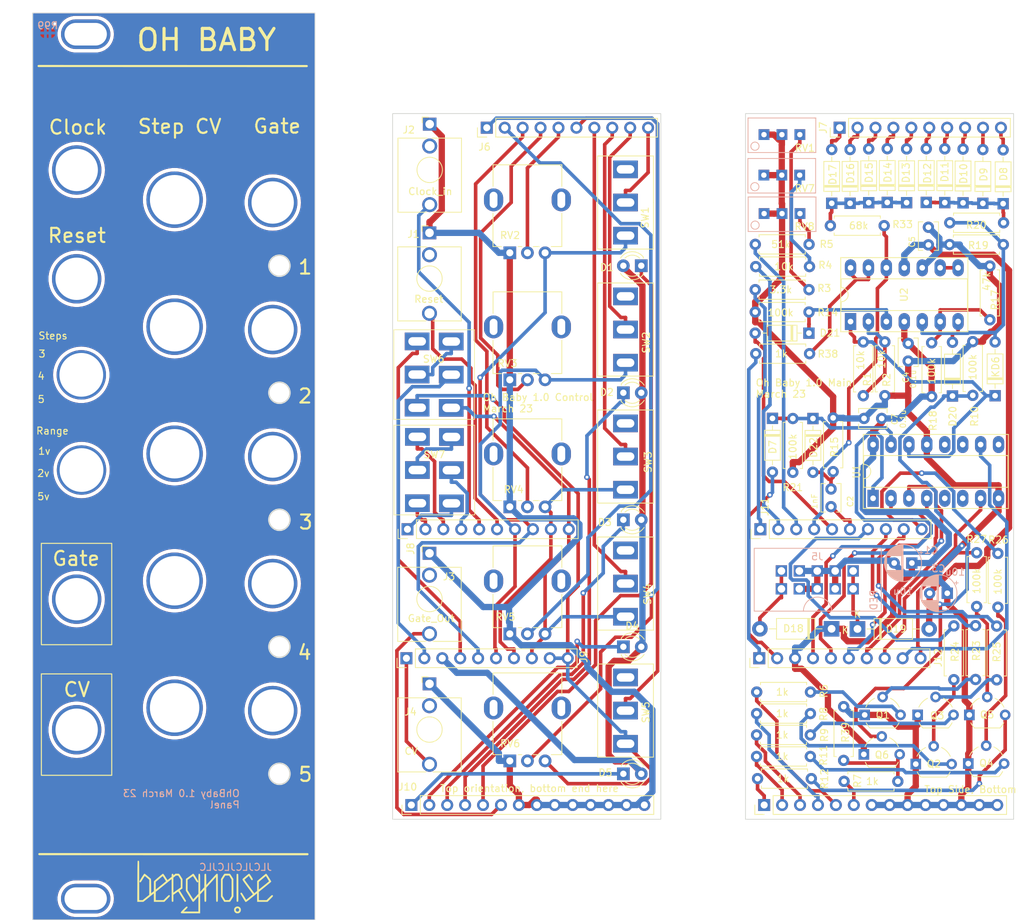
<source format=kicad_pcb>
(kicad_pcb (version 20221018) (generator pcbnew)
  (layers (0 "F.Cu" signal) (31 "B.Cu" signal) (34 "B.Paste" user) (35 "F.Paste" user) (36 "B.SilkS" user "B.Silkscreen") (37 "F.SilkS" user "F.Silkscreen") (38 "B.Mask" user) (39 "F.Mask" user) (44 "Edge.Cuts" user))
  (net 0 "")
  (net 1 "12V")
  (net 2 "GND")
  (net 3 "Net-(D22-A)")
  (net 4 "-12V")
  (net 5 "1_B")
  (net 6 "1_T")
  (net 7 "2_B")
  (net 8 "3_B")
  (net 9 "4_B")
  (net 10 "Net-(D6-K)")
  (net 11 "Net-(D6-A)")
  (net 12 "Net-(D22-K)")
  (net 13 "Net-(D10-K)")
  (net 14 "5_B")
  (net 15 "5_T")
  (net 16 "4_T")
  (net 17 "3_T")
  (net 18 "2_T")
  (net 19 "Net-(D13-K)")
  (net 20 "6_B")
  (net 21 "7_B")
  (net 22 "8_B")
  (net 23 "9_B")
  (net 24 "10_B")
  (net 25 "Net-(D18-A)")
  (net 26 "Net-(D19-K)")
  (net 27 "Net-(D20-K)")
  (net 28 "Net-(D20-A)")
  (net 29 "Net-(D21-K)")
  (net 34 "Net-(Q1-B)")
  (net 35 "Net-(Q2-B)")
  (net 36 "Net-(Q3-B)")
  (net 37 "Net-(Q4-B)")
  (net 38 "Net-(Q5-B)")
  (net 39 "Net-(Q6-E)")
  (net 40 "Net-(U2A--)")
  (net 41 "Net-(R3-Pad1)")
  (net 42 "Net-(R4-Pad2)")
  (net 43 "Net-(R5-Pad1)")
  (net 44 "Net-(U2B--)")
  (net 45 "Net-(U2D--)")
  (net 51 "Net-(SW6A-C)")
  (net 52 "Net-(SW7A-C)")
  (net 58 "Net-(U2C--)")
  (net 59 "10_T")
  (net 60 "9_T")
  (net 61 "8_T")
  (net 62 "7_T")
  (net 63 "6_T")
  (net 64 "11_B")
  (net 65 "12_B")
  (net 66 "13_B")
  (net 67 "14_B")
  (net 68 "11_T")
  (net 69 "13_T")
  (net 70 "14_T")
  (net 71 "15_B")
  (net 72 "15_T")
  (net 73 "GND_T")
  (net 74 "12V_T")
  (net 75 "16_B")
  (net 76 "17_B")
  (net 77 "18_B")
  (net 78 "19_B")
  (net 79 "20_B")
  (net 80 "16_T")
  (net 81 "17_T")
  (net 82 "18_T")
  (net 83 "19_T")
  (net 84 "20_T")
  (net 85 "21_T")
  (net 86 "21_B")
  (net 87 "22_B")
  (net 88 "22_T")
  (net 89 "23_T")
  (net 90 "23_B")
  (net 91 "24_B")
  (net 92 "24_T")
  (net 93 "25_T")
  (net 94 "25_B")
  (net 95 "26_B")
  (net 96 "27_B")
  (net 97 "28_B")
  (net 98 "29_B")
  (net 99 "26_T")
  (net 100 "27_T")
  (net 101 "28_T")
  (net 102 "29_T")
  (net 103 "30_B")
  (net 104 "32_B")
  (net 105 "Net-(Q1-C)")
  (net 106 "Net-(Q2-C)")
  (net 107 "Net-(Q3-C)")
  (net 108 "Net-(Q4-C)")
  (net 109 "Net-(Q5-C)")
  (net 110 "12_T")
  (net 111 "31_B")
  (net 112 "33_B")
  (net 113 "34_B")
  (net 114 "35_T")
  (net 115 "35_B")
  (net 116 "Net-(R99-Pad1)")
  (footprint "2_BenjiaoFootprints:Resistor_L6.3mm_D2.5mm_P7.62mm_Horizontal" (layer "F.Cu") (at 155.6 112.62 -90)
    (fp_text reference "R25")
    (fp_text value "100k")
  )
  (footprint "Diode_THT:D_DO-35_SOD27_P7.62mm_Horizontal" (layer "F.Cu") (at 128.99 71.11 180)
    (fp_text reference "D21")
    (fp_text value "1n4148")
  )
  (footprint "2_BenjiaoFootprints:PanelHole_ToggleSwitch_MTS-101" (layer "F.Cu") (at 53 52.6)
    (fp_text reference "REF3")
    (fp_text value "PanelHole_ToggleSwitch_MTS-101")
  )
  (footprint "Diode_THT:D_DO-35_SOD27_P7.62mm_Horizontal" (layer "F.Cu") (at 134.82 52.71 90)
    (fp_text reference "D16")
    (fp_text value "1n4148")
  )
  (footprint "2_BenjiaoFootprints:PanelHole_AudioJack_3.5mm" (layer "F.Cu") (at 25.22 56.91)
    (fp_text reference "REF5")
    (fp_text value "PanelHole_AudioJack_3.5mm")
  )
  (footprint "Package_DIP:DIP-14_W7.62mm_Socket_LongPads" (layer "F.Cu") (at 134.885 69.47 90)
    (fp_text reference "U2")
    (fp_text value "TL074")
  )
  (footprint "Connector_PinHeader_2.54mm:PinHeader_1x14_P2.54mm_Vertical" (layer "F.Cu") (at 122.65 137.98 90)
    (fp_text reference "J13")
    (fp_text value "Con4_Bottom")
  )
  (footprint "2_BenjiaoFootprints:Resistor_L6.3mm_D2.5mm_P7.62mm_Horizontal" (layer "F.Cu") (at 129.21 121.97 180)
    (fp_text reference "R6")
    (fp_text value "1k")
  )
  (footprint "Diode_THT:D_DO-35_SOD27_P7.62mm_Horizontal" (layer "F.Cu") (at 150.83 52.65 90)
    (fp_text reference "D10")
    (fp_text value "1n4148")
  )
  (footprint "1_SynthFootprints:PanelHole_DPDT_Tayda" (layer "F.Cu") (at 25.91 90.51)
    (fp_text reference "REF9")
    (fp_text value "PanelHole_DPDT_Tayda")
  )
  (footprint "2_BenjiaoFootprints:Capacitor_Disc_D3.8mm_W2.6mm_P2.50mm" (layer "F.Cu") (at 143.06 72.57 -90)
    (fp_text reference "C4")
    (fp_text value "0.1u")
  )
  (footprint "Package_DIP:DIP-16_W7.62mm_Socket_LongPads" (layer "F.Cu") (at 138.08 94.52 90)
    (fp_text reference "U1")
    (fp_text value "4017")
  )
  (footprint "2_BenjiaoFootprints:PanelHole_Potentiometer_RV09" (layer "F.Cu") (at 36.6 95.7 90)
    (fp_text reference "REF10" hide)
    (fp_text value "PanelHole_Potentiometer_RV09" hide)
  )
  (footprint "Connector_PinHeader_2.54mm:PinHeader_1x10_P2.54mm_Vertical" (layer "F.Cu") (at 133.34 42 90)
    (fp_text reference "J7")
    (fp_text value "Con1_Bottom")
  )
  (footprint "2_BenjiaoFootprints:PanelHole_ToggleSwitch_MTS-101" (layer "F.Cu") (at 53 88.6)
    (fp_text reference "REF11")
    (fp_text value "PanelHole_ToggleSwitch_MTS-101")
  )
  (footprint "2_BenjiaoFootprints:Resistor_L6.3mm_D2.5mm_P7.62mm_Horizontal" (layer "F.Cu") (at 149.53 112.6 -90)
    (fp_text reference "R24")
    (fp_text value "100k")
  )
  (footprint "2_BenjiaoFootprints:Resistor_L6.3mm_D2.5mm_P7.62mm_Horizontal" (layer "F.Cu") (at 139.75 72.35 -90)
    (fp_text reference "R2")
    (fp_text value "10k")
  )
  (footprint "Package_TO_SOT_THT:TO-92_Wide" (layer "F.Cu") (at 136.77 130.8)
    (fp_text reference "Q6")
    (fp_text value "BC548")
  )
  (footprint "1_SynthFootprints:DPDT_Tayda" (layer "F.Cu") (at 75.88 77.01)
    (fp_text reference "SW6")
    (fp_text value "SW_DPDT_x2")
  )
  (footprint "2_BenjiaoFootprints:Resistor_L6.3mm_D2.5mm_P7.62mm_Horizontal" (layer "F.Cu") (at 146.38 72.48 -90)
    (fp_text reference "R18")
    (fp_text value "100k")
  )
  (footprint "2_BenjiaoFootprints:Capacitor_Disc_D3.8mm_W2.6mm_P2.50mm" (layer "F.Cu") (at 139.3 83.2 180)
    (fp_text reference "C7")
    (fp_text value "0.1u")
  )
  (footprint "3_Graphics:logo_v1" (layer "F.Cu") (at 43.23 149.61)
    (fp_text reference "Ref**" hide)
    (fp_text value "Val**" hide)
  )
  (footprint "LED_THT:LED_D3.0mm" (layer "F.Cu") (at 102.69 79.56)
    (fp_text reference "D2")
    (fp_text value "LED")
  )
  (footprint "1_SynthFootprints:SPDT_Tayda" (layer "F.Cu") (at 106.95 124.6 90)
    (fp_text reference "SW5")
    (fp_text value "Gate5")
  )
  (footprint "2_BenjiaoFootprints:Resistor_L6.3mm_D2.5mm_P7.62mm_Horizontal" (layer "F.Cu") (at 126.71 83.21 -90)
    (fp_text reference "R21")
    (fp_text value "100k")
  )
  (footprint "2_BenjiaoFootprints:Resistor_L6.3mm_D2.5mm_P7.62mm_Horizontal" (layer "F.Cu") (at 129 68.12 180)
    (fp_text reference "R14")
    (fp_text value "100k")
  )
  (footprint "1_SynthFootprints:SPDT_Tayda" (layer "F.Cu") (at 106.95 70.6 90)
    (fp_text reference "SW2")
    (fp_text value "Gate2")
  )
  (footprint "Diode_THT:D_DO-35_SOD27_P7.62mm_Horizontal" (layer "F.Cu") (at 155.37 79.98 90)
    (fp_text reference "D6")
    (fp_text value "1n4148")
  )
  (footprint "Connector_PinHeader_2.54mm:PinHeader_1x10_P2.54mm_Vertical" (layer "F.Cu") (at 121.95 117.18 90)
    (fp_text reference "J12")
    (fp_text value "Con3_Bottom")
  )
  (footprint "2_BenjiaoFootprints:Resistor_L6.3mm_D2.5mm_P7.62mm_Horizontal" (layer "F.Cu") (at 136.69 79.98 90)
    (fp_text reference "R1")
    (fp_text value "10k")
  )
  (footprint "Diode_THT:D_DO-35_SOD27_P7.62mm_Horizontal" (layer "F.Cu") (at 140.09 52.59 90)
    (fp_text reference "D14")
    (fp_text value "1n4148")
  )
  (footprint "1_SynthFootprints:SPDT_Tayda" (layer "F.Cu") (at 106.95 88.6 90)
    (fp_text reference "SW3")
    (fp_text value "Gate3")
  )
  (footprint "1_SynthFootprints:DPDT_Tayda" (layer "F.Cu") (at 75.91 90.54)
    (fp_text reference "SW7")
    (fp_text value "SW_DPDT_x2")
  )
  (footprint "2_BenjiaoFootprints:Resistor_L6.3mm_D2.5mm_P7.62mm_Horizontal" (layer "F.Cu") (at 155.77 102.33 -90)
    (fp_text reference "R26")
    (fp_text value "100k")
  )
  (footprint "2_BenjiaoFootprints:Capacitor_Disc_D3.8mm_W2.6mm_P2.50mm" (layer "F.Cu") (at 132.12 95.7 90)
    (fp_text reference "C2")
    (fp_text value "1nF")
  )
  (footprint "LED_THT:LED_D3.0mm" (layer "F.Cu") (at 102.69 133.56)
    (fp_text reference "D5")
    (fp_text value "LED")
  )
  (footprint "2_BenjiaoFootprints:Resistor_L6.3mm_D2.5mm_P7.62mm_Horizontal" (layer "F.Cu") (at 129.01 58.53 180)
    (fp_text reference "R5")
    (fp_text value "51k")
  )
  (footprint "2_BenjiaoFootprints:PanelHole_Potentiometer_RV09" (layer "F.Cu") (at 36.6 131.7 90)
    (fp_text reference "REF16" hide)
    (fp_text value "PanelHole_Potentiometer_RV09" hide)
  )
  (footprint "2_BenjiaoFootprints:Resistor_L6.3mm_D2.5mm_P7.62mm_Horizontal" (layer "F.Cu") (at 152.6 112.57 -90)
    (fp_text reference "R23")
    (fp_text value "100k")
  )
  (footprint "Package_TO_SOT_THT:TO-92_Wide" (layer "F.Cu") (at 136.89 125.21)
    (fp_text reference "Q1")
    (fp_text value "2N3904")
  )
  (footprint "Diode_THT:D_DO-35_SOD27_P7.62mm_Horizontal" (layer "F.Cu") (at 145.62 52.59 90)
    (fp_text reference "D12")
    (fp_text value "1n4148")
  )
  (footprint "Package_TO_SOT_THT:TO-92_Wide" (layer "F.Cu") (at 151.72 125.21)
    (fp_text reference "Q5")
    (fp_text value "2N3904")
  )
  (footprint "2_BenjiaoFootprints:PanelHole_Potentiometer_RV09" (layer "F.Cu") (at 36.6 77.7 90)
    (fp_text reference "REF6" hide)
    (fp_text value "PanelHole_Potentiometer_RV09" hide)
  )
  (footprint "2_BenjiaoFootprints:Potentiometer_RV09" (layer "F.Cu") (at 86.6 59.725 90)
    (fp_text reference "RV2")
    (fp_text value "B100k")
  )
  (footprint "Diode_THT:D_DO-35_SOD27_P7.62mm_Horizontal" (layer "F.Cu") (at 132.22 52.71 90)
    (fp_text reference "D17")
    (fp_text value "1n4148")
  )
  (footprint "2_BenjiaoFootprints:PanelHole_ToggleSwitch_MTS-101" (layer "F.Cu") (at 53 124.6)
    (fp_text reference "REF17")
    (fp_text value "PanelHole_ToggleSwitch_MTS-101")
  )
  (footprint "2_BenjiaoFootprints:AudioJack_3.5mm" (layer "F.Cu") (at 75.25 41.5)
    (fp_text reference "J2")
    (fp_text value "Clock_in")
  )
  (footprint "2_BenjiaoFootprints:Resistor_L6.3mm_D2.5mm_P7.62mm_Horizontal" (layer "F.Cu") (at 129 64.95 180)
    (fp_text reference "R3")
    (fp_text value "3.3k")
  )
  (footprint "2_BenjiaoFootprints:Potentiometer_RV09" (layer "F.Cu") (at 86.6 113.725 90)
    (fp_text reference "RV5")
    (fp_text value "B100k")
  )
  (footprint "Package_TO_SOT_THT:TO-92_Wide" (layer "F.Cu") (at 144.13 132.18)
    (fp_text reference "Q2")
    (fp_text value "2N3904")
  )
  (footprint "2_BenjiaoFootprints:Resistor_L6.3mm_D2.5mm_P7.62mm_Horizontal" (layer "F.Cu") (at 152.76 102.23 -90)
    (fp_text reference "R27")
    (fp_text value "100k")
  )
  (footprint "2_BenjiaoFootprints:Capacitor_Disc_D3.8mm_W2.6mm_P2.50mm" (layer "F.Cu") (at 145.92 56.105 -90)
    (fp_text reference "C5")
    (fp_text value "0.1u")
  )
  (footprint "Diode_THT:D_DO-35_SOD27_P7.62mm_Horizontal" (layer "F.Cu") (at 156.51 52.76 90)
    (fp_text reference "D8")
    (fp_text value "1n4148")
  )
  (footprint "2_BenjiaoFootprints:Resistor_L6.3mm_D2.5mm_P7.62mm_Horizontal" (layer "F.Cu") (at 121.45 61.68)
    (fp_text reference "R4")
    (fp_text value "10k")
  )
  (footprint "2_BenjiaoFootprints:Resistor_L6.3mm_D2.5mm_P7.62mm_Horizontal" (layer "F.Cu") (at 129.33 134.24 180)
    (fp_text reference "R12")
    (fp_text value "1k")
  )
  (footprint "Diode_THT:D_DO-41_SOD81_P10.16mm_Horizontal" (layer "F.Cu") (at 135.87 113.03)
    (fp_text reference "D19")
    (fp_text value "1N5819")
  )
  (footprint "Diode_THT:D_DO-41_SOD81_P10.16mm_Horizontal" (layer "F.Cu") (at 132.2 113.01 180)
    (fp_text reference "D18")
    (fp_text value "1N5819")
  )
  (footprint "2_BenjiaoFootprints:Panel_8HP" (layer "F.Cu") (at 19 25.75)
    (fp_text reference "REF1")
    (fp_text value "Panel_8HP")
  )
  (footprint "2_BenjiaoFootprints:Resistor_L6.3mm_D2.5mm_P7.62mm_Horizontal" (layer "F.Cu") (at 156.54 58.56 180)
    (fp_text reference "R19")
    (fp_text value "100k")
  )
  (footprint "2_BenjiaoFootprints:Resistor_L6.3mm_D2.5mm_P7.62mm_Horizontal" (layer "F.Cu") (at 148.95 55.47)
    (fp_text reference "R20")
    (fp_text value "100k")
  )
  (footprint "2_BenjiaoFootprints:Resistor_L6.3mm_D2.5mm_P7.62mm_Horizontal" (layer "F.Cu") (at 129.19 131.1 180)
    (fp_text reference "R11")
    (fp_text value "1k")
  )
  (footprint "Connector_PinHeader_2.54mm:PinHeader_1x10_P2.54mm_Vertical" (layer "F.Cu") (at 83.34 42 90)
    (fp_text reference "J6")
    (fp_text value "Con1_Top")
  )
  (footprint "2_BenjiaoFootprints:Resistor_L6.3mm_D2.5mm_P7.62mm_Horizontal" (layer "F.Cu") (at 129.19 128.05 180)
    (fp_text reference "R9")
    (fp_text value "1k")
  )
  (footprint "2_BenjiaoFootprints:PanelHole_AudioJack_3.5mm" (layer "F.Cu") (at 25.22 120.81)
    (fp_text reference "REF15")
    (fp_text value "PanelHole_AudioJack_3.5mm")
  )
  (footprint "2_BenjiaoFootprints:PanelHole_ToggleSwitch_MTS-101" (layer "F.Cu") (at 53 106.6)
    (fp_text reference "REF14")
    (fp_text value "PanelHole_ToggleSwitch_MTS-101")
  )
  (footprint "2_BenjiaoFootprints:Resistor_L6.3mm_D2.5mm_P7.62mm_Horizontal" (layer "F.Cu") (at 152.21 79.93 90)
    (fp_text reference "R10")
    (fp_text value "100k")
  )
  (footprint "Connector_PinHeader_2.54mm:PinHeader_1x10_P2.54mm_Vertical" (layer "F.Cu") (at 122.11 98.9 90)
    (fp_text reference "J11")
    (fp_text value "Con2_Bottom")
  )
  (footprint "1_SynthFootprints:SPDT_Tayda" (layer "F.Cu") (at 106.95 52.6 90)
    (fp_text reference "SW1")
    (fp_text value "Gate1")
  )
  (footprint "Diode_THT:D_DO-35_SOD27_P7.62mm_Horizontal" (layer "F.Cu") (at 142.83 52.62 90)
    (fp_text reference "D13")
    (fp_text value "1n4148")
  )
  (footprint "LED_THT:LED_D3.0mm" (layer "F.Cu") (at 102.69 115.56)
    (fp_text reference "D4")
    (fp_text value "LED")
  )
  (footprint "Connector_PinHeader_2.54mm:PinHeader_1x10_P2.54mm_Vertical" (layer "F.Cu") (at 71.95 117.18 90)
    (fp_text reference "J9")
    (fp_text value "Con3_Top")
  )
  (footprint "Diode_THT:D_DO-35_SOD27_P7.62mm_Horizontal" (layer "F.Cu") (at 148.24 52.61 90)
    (fp_text reference "D11")
    (fp_text value "1n4148")
  )
  (footprint "2_BenjiaoFootprints:PanelHole_ToggleSwitch_MTS-101" (layer "F.Cu") (at 53 70.6)
    (fp_text reference "REF7")
    (fp_text value "PanelHole_ToggleSwitch_MTS-101")
  )
  (footprint "2_BenjiaoFootprints:Resistor_L6.3mm_D2.5mm_P7.62mm_Horizontal" (layer "F.Cu") (at 129.08 74.02 180)
    (fp_text reference "R38")
    (fp_text value "1k")
  )
  (footprint "2_BenjiaoFootprints:Resistor_L6.3mm_D2.5mm_P7.62mm_Horizontal" (layer "F.Cu") (at 132.03 55.88)
    (fp_text reference "R33")
    (fp_text value "68k")
  )
  (footprint "2_BenjiaoFootprints:PanelHole_AudioJack_3.5mm" (layer "F.Cu") (at 25.22 102.31)
    (fp_text reference "REF12")
    (fp_text value "PanelHole_AudioJack_3.5mm")
  )
  (footprint "2_BenjiaoFootprints:Potentiometer_RV09" (layer "F.Cu") (at 86.6 95.725 90)
    (fp_text reference "RV4")
    (fp_text value "B100k")
  )
  (footprint "Package_TO_SOT_THT:TO-92_Wide" (layer "F.Cu") (at 144.4 125.21)
    (fp_text reference "Q3")
    (fp_text value "2N3904")
  )
  (footprint "Connector_PinHeader_2.54mm:PinHeader_1x14_P2.54mm_Vertical" (layer "F.Cu") (at 72.65 137.98 90)
    (fp_text reference "J10")
    (fp_text value "Con4_Top")
  )
  (footprint "2_BenjiaoFootprints:Resistor_L6.3mm_D2.5mm_P7.62mm_Horizontal" (layer "F.Cu") (at 129.2 125.02 180)
    (fp_text reference "R8")
    (fp_text value "1k")
  )
  (footprint "1_SynthFootprints:PanelHole_DPDT_Tayda" (layer "F.Cu") (at 25.88 77.02)
    (fp_text reference "REF8")
    (fp_text value "PanelHole_DPDT_Tayda")
  )
  (footprint "2_BenjiaoFootprints:AudioJack_3.5mm" (layer "F.Cu") (at 75.22 56.9)
    (fp_text reference "J1")
    (fp_text value "Reset")
  )
  (footprint "2_BenjiaoFootprints:Resistor_L6.3mm_D2.5mm_P7.62mm_Horizontal" (layer "F.Cu") (at 133.97 134.63)
    (fp_text reference "R7")
    (fp_text value "1k")
  )
  (footprint "Package_TO_SOT_THT:TO-92_Wide" (layer "F.Cu") (at 151.57 132.11)
    (fp_text reference "Q4")
    (fp_text value "2N3904")
  )
  (footprint "LED_THT:LED_D3.0mm" (layer "F.Cu") (at 102.69 97.56)
    (fp_text reference "D3")
    (fp_text value "LED")
  )
  (footprint "2_BenjiaoFootprints:PanelHole_Potentiometer_RV09" (layer "F.Cu") (at 36.6 59.7 90)
    (fp_text reference "REF4" hide)
    (fp_text value "PanelHole_Potentiometer_RV09" hide)
  )
  (footprint "2_BenjiaoFootprints:Resistor_L6.3mm_D2.5mm_P7.62mm_Horizontal" (layer "F.Cu") (at 133.91 131.66 90)
    (fp_text reference "R39")
    (fp_text value "4.7k")
  )
  (footprint "Connector_PinHeader_2.54mm:PinHeader_1x10_P2.54mm_Vertical" (layer "F.Cu") (at 72.1 98.9 90)
    (fp_text reference "J8")
    (fp_text value "Con2_Top")
  )
  (footprint "2_BenjiaoFootprints:AudioJack_3.5mm" (layer "F.Cu") (at 75.22 102.31)
    (fp_text reference "J3")
    (fp_text value "Gate_Out")
  )
  (footprint "2_BenjiaoFootprints:Potentiometer_RV09" (layer "F.Cu") (at 86.6 131.725 90)
    (fp_text reference "RV6")
    (fp_text value "B100k")
  )
  (footprint "2_BenjiaoFootprints:AudioJack_3.5mm" (layer "F.Cu") (at 75.22 120.81)
    (fp_text reference "J4")
    (fp_text value "CV")
  )
  (footprint "1_SynthFootprints:SPDT_Tayda" (layer "F.Cu") (at 106.95 106.6 90)
    (fp_text reference "SW4")
    (fp_text value "Gate4")
  )
  (footprint "2_BenjiaoFootprints:PanelHole_Potentiometer_RV09" (layer "F.Cu") (at 36.6 113.7 90)
    (fp_text reference "REF13" hide)
    (fp_text value "PanelHole_Potentiometer_RV09" hide)
  )
  (footprint "2_BenjiaoFootprints:Resistor_L6.3mm_D2.5mm_P7.62mm_Horizontal" (layer "F.Cu") (at 154.63 69.22 90)
    (fp_text reference "R17")
    (fp_text value "47k")
  )
  (footprint "2_BenjiaoFootprints:PanelHole_AudioJack_3.5mm" (layer "F.Cu") (at 25.23 41.49)
    (fp_text reference "REF2")
    (fp_text value "PanelHole_AudioJack_3.5mm")
  )
  (footprint "Diode_THT:D_DO-35_SOD27_P7.62mm_Horizontal" (layer "F.Cu") (at 129.56 83.21 -90)
    (fp_text reference "D22")
    (fp_text value "1n4148")
  )
  (footprint "2_BenjiaoFootprints:Potentiometer_RV09" (layer "F.Cu") (at 86.6 77.725 90)
    (fp_text reference "RV3")
    (fp_text value "B100k")
  )
  (footprint "LED_THT:LED_D3.0mm" (layer "F.Cu") (at 105.23 61.56 180)
    (fp_text reference "D1")
    (fp_text value "LED")
  )
  (footprint "Diode_THT:D_DO-35_SOD27_P7.62mm_Horizontal" (layer "F.Cu") (at 153.64 52.72 90)
    (fp_text reference "D9")
    (fp_text value "1n4148")
  )
  (footprint "Diode_THT:D_DO-35_SOD27_P7.62mm_Horizontal" (layer "F.Cu") (at 137.46 52.62 90)
    (fp_text reference "D15")
    (fp_text value "1n4148")
  )
  (footprint "2_BenjiaoFootprints:Resistor_L6.3mm_D2.5mm_P7.62mm_Horizontal" (layer "F.Cu") (at 132.42 90.74 90)
    (fp_text reference "R15")
    (fp_text value "100k")
  )
  (footprint "Diode_THT:D_DO-35_SOD27_P7.62mm_Horizontal" (layer "F.Cu") (at 123.82 83.19 -90)
    (fp_text reference "D7")
    (fp_text value "1n4148")
  )
  (footprint "Diode_THT:D_DO-35_SOD27_P7.62mm_Horizontal" (layer "F.Cu") (at 149.33 80.02 90)
    (fp_text reference "D20")
    (fp_text value "1n4148")
  )
  (footprint "1_SynthFootprints:MultiturnTrimmer" (layer "B.Cu") (at 125.14 51.26)
    (fp_text reference "RV7")
    (fp_text value "Trim_10k")
  )
  (footprint "2_BenjiaoFootprints:Capacitor_Radial_D5.0mm_P2.5mm" (layer "B.Cu") (at 143.5751 103.69 180)
    (fp_text reference "C1")
    (fp_text value "10u")
  )
  (footprint "2_BenjiaoFootprints:Capacitor_Radial_D5.0mm_P2.5mm" (layer "B.Cu") (at 148.5951 107.97 180)
    (fp_text reference "C3")
    (fp_text value "10u")
  )
  (footprint "1_SynthFootprints:10BoxHeaderConnector" (layer "B.Cu") (at 130.19 105.98 180)
    (fp_text reference "J5")
    (fp_text value "~")
  )
  (footprint "Resistor_SMD:R_0201_0603Metric" (layer "B.Cu") (at 21.115 28.58 180)
    (fp_text reference "R99")
    (fp_text value "0")
  )
  (footprint "1_SynthFootprints:MultiturnTrimmer" (layer "B.Cu") (at 125.16 45.52)
    (fp_text reference "RV1")
    (fp_text value "Trim_5k")
  )
  (footprint "1_SynthFootprints:MultiturnTrimmer" (layer "B.Cu") (at 125.18 56.71)
    (fp_text reference "RV8")
    (fp_text value "Trim_5k")
  )
  (gr_rect (start 20.22 119.4) (end 30.19 133.77) (stroke (width 0.15)) (fill none) (layer "F.SilkS"))
  (gr_rect (start 20.22 100.9) (end 30.19 115.26) (stroke (width 0.15)) (fill none) (layer "F.SilkS"))
  (gr_line (start 19.93 144.94) (end 57.93 144.95) (stroke (width 0.3)) (layer "F.SilkS"))
  (gr_line (start 19.83 33.255) (end 57.83 33.265) (stroke (width 0.3)) (layer "F.SilkS"))
  (gr_circle (center 53.955 79.56) (end 55.455 79.56) (stroke (width 0.2)) (fill none) (layer "Edge.Cuts"))
  (gr_rect (start 70 40) (end 108 140) (stroke (width 0.1)) (fill none) (layer "Edge.Cuts"))
  (gr_circle (center 53.955 133.56) (end 55.455 133.56) (stroke (width 0.2)) (fill none) (layer "Edge.Cuts"))
  (gr_rect (start 120 40) (end 158 140) (stroke (width 0.1)) (fill none) (layer "Edge.Cuts"))
  (gr_circle (center 53.955 61.56) (end 55.455 61.56) (stroke (width 0.2)) (fill none) (layer "Edge.Cuts"))
  (gr_rect (start 18.99 25.74) (end 58.99 154.24) (stroke (width 0.1)) (fill none) (layer "Edge.Cuts"))
  (gr_circle (center 53.955 115.56) (end 55.455 115.56) (stroke (width 0.2)) (fill none) (layer "Edge.Cuts"))
  (gr_circle (center 53.955 97.56) (end 55.455 97.56) (stroke (width 0.2)) (fill none) (layer "Edge.Cuts"))
  (gr_text "JLCJLCJLCJLC" (at 52.98 147.37) (layer "B.SilkS") (effects (font (size 1 1) (thickness 0.153)) (justify left bottom mirror)))
  (gr_text "OhBaby 1.0 March 23\nPanel" (at 48.41 138.53) (layer "B.SilkS") (effects (font (size 1 1)) (justify left bottom mirror)))
  (gr_text "4" (at 19.61 77.78) (layer "F.SilkS") (effects (font (size 1 1) (thickness 0.153)) (justify left bottom)))
  (gr_text "Oh Baby 1.0 Main\nMarch 23" (at 121.37 80.33) (layer "F.SilkS") (effects (font (size 1 1) (thickness 0.153)) (justify left bottom)))
  (gr_text "OH BABY" (at 33.45 31.32) (layer "F.SilkS") (effects (font (size 3 3) (thickness 0.45)) (justify left bottom)))
  (gr_text "5" (at 56.48 134.82) (layer "F.SilkS") (effects (font (size 2 2) (thickness 0.3)) (justify left bottom)))
  (gr_text "Range" (at 19.4 85.55) (layer "F.SilkS") (effects (font (size 1 1)) (justify left bottom)))
  (gr_text "5v" (at 19.56 94.85) (layer "F.SilkS") (effects (font (size 1 1) (thickness 0.153)) (justify left bottom)))
  (gr_text "Top Side, Bottom " (at 145.26 136.36) (layer "F.SilkS") (effects (font (size 1 1)) (justify left bottom)))
  (gr_text "1" (at 56.45 62.93) (layer "F.SilkS") (effects (font (size 2 2) (thickness 0.3)) (justify left bottom)))
  (gr_text "5" (at 19.62 81.07) (layer "F.SilkS") (effects (font (size 1 1) (thickness 0.153)) (justify left bottom)))
  (gr_text "Steps" (at 19.72 72.07) (layer "F.SilkS") (effects (font (size 1 1)) (justify left bottom)))
  (gr_text "3" (at 19.74 74.63) (layer "F.SilkS") (effects (font (size 1 1) (thickness 0.153)) (justify left bottom)))
  (gr_text "CV" (at 23.19 122.8) (layer "F.SilkS") (effects (font (size 2 2) (thickness 0.3)) (justify left bottom)))
  (gr_text "2v" (at 19.55 91.56) (layer "F.SilkS") (effects (font (size 1 1) (thickness 0.153)) (justify left bottom)))
  (gr_text "2" (at 56.45 81.2) (layer "F.SilkS") (effects (font (size 2 2) (thickness 0.3)) (justify left bottom)))
  (gr_text "1v" (at 19.68 88.41) (layer "F.SilkS") (effects (font (size 1 1) (thickness 0.153)) (justify left bottom)))
  (gr_text "Step CV" (at 33.72 43) (layer "F.SilkS") (effects (font (size 2 2) (thickness 0.3)) (justify left bottom)))
  (gr_text "3" (at 56.54 99.07) (layer "F.SilkS") (effects (font (size 2 2) (thickness 0.3)) (justify left bottom)))
  (gr_text "Oh Baby 1.0 Control\nMarch 23" (at 82.69 82.4) (layer "F.SilkS") (effects (font (size 1 1) (thickness 0.153)) (justify left bottom)))
  (gr_text "Gate" (at 50.1 42.96) (layer "F.SilkS") (effects (font (size 2 2) (thickness 0.3)) (justify left bottom)))
  (gr_text "Clock	" (at 21.09 43.1) (layer "F.SilkS") (effects (font (size 2 2) (thickness 0.3)) (justify left bottom)))
  (gr_text "Top orientation, bottom end here" (at 76.64 136.21) (layer "F.SilkS") (effects (font (size 1 1)) (justify left bottom)))
  (gr_text "Reset" (at 20.95 58.45) (layer "F.SilkS") (effects (font (size 2 2) (thickness 0.3)) (justify left bottom)))
  (gr_text "4" (at 56.36 117.53) (layer "F.SilkS") (effects (font (size 2 2) (thickness 0.3)) (justify left bottom)))
  (gr_text "Gate" (at 21.61 104.23) (layer "F.SilkS") (effects (font (size 2 2) (thickness 0.3)) (justify left bottom)))
  (segment (start 143.06 72.57) (end 146.38 75.89) (width 0.889) (layer "F.Cu") (net 1))
  (segment (start 137.2968 114.7747) (end 140.9255 111.146) (width 0.889) (layer "F.Cu") (net 1))
  (segment (start 138.08 86.9) (end 138.08 85.0554) (width 0.889) (layer "F.Cu") (net 1))
  (segment (start 132.2 113.01) (end 133.9446 113.01) (width 0.889) (layer "F.Cu") (net 1))
  (segment (start 136.77 130.8) (end 136.77 129.4054) (width 0.889) (layer "F.Cu") (net 1))
  (segment (start 127.9641 118.6746) (end 131.6807 122.3912) (width 0.889) (layer "F.Cu") (net 1))
  (segment (start 140.9255 111.146) (end 140.9255 107.7842) (width 0.889) (layer "F.Cu") (net 1))
  (segment (start 138.08 85.0554) (end 139.3 83.8354) (width 0.889) (layer "F.Cu") (net 1))
  (segment (start 131.6807 124.3161) (end 136.77 129.4054) (width 0.889) (layer "F.Cu") (net 1))
  (segment (start 146.38 75.89) (end 146.38 80.1) (width 0.889) (layer "F.Cu") (net 1))
  (segment (start 143.5751 103.69) (end 143.5751 105.1346) (width 0.889) (layer "F.Cu") (net 1))
  (segment (start 142.505 72.015) (end 143.06 72.57) (width 0.889) (layer "F.Cu") (net 1))
  (segment (start 133.9446 113.01) (end 133.9446 114.2367) (width 0.889) (layer "F.Cu") (net 1))
  (segment (start 133.9446 114.2367) (end 134.4826 114.7747) (width 0.889) (layer "F.Cu") (net 1))
  (segment (start 127.03 117.18) (end 127.03 118.6746) (width 0.889) (layer "F.Cu") (net 1))
  (segment (start 140.9255 107.7842) (end 143.5751 105.1346) (width 0.889) (layer "F.Cu") (net 1))
  (segment (start 131.6807 122.3912) (end 131.6807 124.3161) (width 0.889) (layer "F.Cu") (net 1))
  (segment (start 139.3 83.8354) (end 139.3 83.2) (width 0.889) (layer "F.Cu") (net 1))
  (segment (start 127.03 118.6746) (end 127.9641 118.6746) (width 0.889) (layer "F.Cu") (net 1))
  (segment (start 134.4826 114.7747) (end 137.2968 114.7747) (width 0.889) (layer "F.Cu") (net 1))
  (segment (start 142.505 69.47) (end 142.505 72.015) (width 0.889) (layer "F.Cu") (net 1))
  (segment (start 137.0929 96.4494) (end 136.6325 95.989) (width 0.889) (layer "B.Cu") (net 1))
  (segment (start 136.6325 95.989) (end 136.6325 90.1921) (width 0.889) (layer "B.Cu") (net 1))
  (segment (start 127.78 115.6854) (end 127.03 115.6854) (width 0.889) (layer "B.Cu") (net 1))
  (segment (start 130.4554 113.01) (end 127.78 115.6854) (width 0.889) (layer "B.Cu") (net 1))
  (segment (start 146.1594 103.69) (end 148.8089 101.0405) (width 0.889) (layer "B.Cu") (net 1))
  (segment (start 132.2 113.01) (end 130.4554 113.01) (width 0.889) (layer "B.Cu") (net 1))
  (segment (start 136.6325 90.1921) (end 138.08 88.7446) (width 0.889) (layer "B.Cu") (net 1))
  (segment (start 143.5751 103.69) (end 146.1594 103.69) (width 0.889) (layer "B.Cu") (net 1))
  (segment (start 127.03 117.18) (end 127.03 115.6854) (width 0.889) (layer "B.Cu") (net 1))
  (segment (start 141.8354 83.2) (end 144.9354 80.1) (width 0.889) (layer "B.Cu") (net 1))
  (segment (start 146.38 80.1) (end 144.9354 80.1) (width 0.889) (layer "B.Cu") (net 1))
  (segment (start 148.8089 99.5272) (end 145.7311 96.4494) (width 0.889) (layer "B.Cu") (net 1))
  (segment (start 138.08 86.9) (end 138.08 88.7446) (width 0.889) (layer "B.Cu") (net 1))
  (segment (start 148.8089 101.0405) (end 148.8089 99.5272) (width 0.889) (layer "B.Cu") (net 1))
  (segment (start 145.7311 96.4494) (end 137.0929 96.4494) (width 0.889) (layer "B.Cu") (net 1))
  (segment (start 139.3 83.2) (end 141.8354 83.2) (width 0.889) (layer "B.Cu") (net 1))
  (segment (start 125.14 48.72) (end 124.0066 48.72) (width 0.889) (layer "F.Cu") (net 2))
  (segment (start 130.17 107.35) (end 129.0746 107.35) (width 0.889) (layer "F.Cu") (net 2))
  (segment (start 127.63 107.35) (end 129.0746 107.35) (width 0.889) (layer "F.Cu") (net 2))
  (segment (start 121.38 68.12) (end 121.38 66.6754) (width 0.889) (layer "F.Cu") (net 2))
  (segment (start 156.0753 69.8204) (end 156.0753 64.4899) (width 0.889) (layer "F.Cu") (net 2))
  (segment (start 144.13 132.18) (end 144.13 126.8746) (width 0.889) (layer "F.Cu") (net 2))
  (segment (start 145.7 86.9) (end 145.7 88.7446) (width 0.889) (layer "F.Cu") (net 2))
  (segment (start 141.6284 126.8746) (end 139.9638 125.21) (width 0.889) (layer "F.Cu") (net 2))
  (segment (start 125.18 52.7634) (end 125.14 52.7234) (width 0.889) (layer "F.Cu") (net 2))
  (segment (start 132.71 104.81) (end 132.71 107.35) (width 0.889) (layer "F.Cu") (net 2))
  (segment (start 125.18 63.2495) (end 121.7541 66.6754) (width 0.889) (layer "F.Cu") (net 2))
  (segment (start 143.06 79.97) (end 143.06 75.07) (width 0.889) (layer "F.Cu") (net 2))
  (segment (start 139.9638 125.21) (end 136.89 125.21) (width 0.889) (layer "F.Cu") (net 2))
  (segment (start 155.5392 96.3646) (end 155.86 96.3646) (width 0.889) (layer "F.Cu") (net 2))
  (segment (start 151.57 130.7154) (end 151.72 130.5654) (width 0.889) (layer "F.Cu") (net 2))
  (segment (start 125.18 54.17) (end 124.0466 54.17) (width 0.889) (layer "F.Cu") (net 2))
  (segment (start 132.42 83.12) (end 132.42 84.5646) (width 0.889) (layer "F.Cu") (net 2))
  (segment (start 144.4 125.21) (end 144.4 126.6046) (width 0.889) (layer "F.Cu") (net 2))
  (segment (start 139.75 79.97) (end 141.1946 79.97) (width 0.889) (layer "F.Cu") (net 2))
  (segment (start 143.06 82.4154) (end 143.06 79.97) (width 0.889) (layer "F.Cu") (net 2))
  (segment (start 143.06 79.97) (end 141.1946 79.97) (width 0.889) (layer "F.Cu") (net 2))
  (segment (start 125.16 43.6833) (end 124.7299 43.6833) (width 0.889) (layer "F.Cu") (net 2))
  (segment (start 125.16 43.6833) (end 125.16 44.3866) (width 0.889) (layer "F.Cu") (net 2))
  (segment (start 148.5951 107.97) (end 148.5951 109.4146) (width 0.889) (layer "F.Cu") (net 2))
  (segment (start 145.7 85.0554) (end 143.06 82.4154) (width 0.889) (layer "F.Cu") (net 2))
  (segment (start 132.42 84.5646) (end 127.5992 89.3854) (width 0.889) (layer "F.Cu") (net 2))
  (segment (start 155.86 94.52) (end 155.86 92.6754) (width 0.889) (layer "F.Cu") (net 2))
  (segment (start 154.7411 70.9153) (end 154.9804 70.9153) (width 0.889) (layer "F.Cu") (net 2))
  (segment (start 125.18 53.4667) (end 125.18 52.7634) (width 0.889) (layer "F.Cu") (net 2))
  (segment (start 121.7541 66.6754) (end 121.38 66.6754) (width 0.889) (layer "F.Cu") (net 2))
  (segment (start 152.21 72.31) (end 153.6546 72.31) (width 0.889) (layer "F.Cu") (net 2))
  (segment (start 142.97 136.4854) (end 144.13 135.3254) (width 0.889) (layer "F.Cu") (net 2))
  (segment (start 126.71 90.83) (end 126.71 89.3854) (width 0.889) (layer "F.Cu") (net 2))
  (segment (start 125.14 52.7234) (end 125.14 48.72) (width 0.889) (layer "F.Cu") (net 2))
  (segment (start 132.42 80.1169) (end 132.42 83.12) (width 0.889) (layer "F.Cu") (net 2))
  (segment (start 125.18 53.4667) (end 125.18 54.17) (width 0.889) (layer "F.Cu") (net 2))
  (segment (start 144.13 126.8746) (end 144.4 126.6046) (width 0.889) (layer "F.Cu") (net 2))
  (segment (start 121.8677 69.5646) (end 132.42 80.1169) (width 0.889) (layer "F.Cu") (net 2))
  (segment (start 151.08 111.8995) (end 151.08 123.1754) (width 0.889) (layer "F.Cu") (net 2))
  (segment (start 144.13 135.3254) (end 144.13 132.18) (width 0.889) (layer "F.Cu") (net 2))
  (segment (start 155.86 94.52) (end 155.86 96.3646) (width 0.889) (layer "F.Cu") (net 2))
  (segment (start 151.72 130.5654) (end 151.72 125.21) (width 0.889) (layer "F.Cu") (net 2))
  (segment (start 153.6546 72.0018) (end 154.7411 70.9153) (width 0.889) (layer "F.Cu") (net 2))
  (segment (start 142.97 137.98) (end 142.97 136.4854) (width 0.889) (layer "F.Cu") (net 2))
  (segment (start 125.18 54.17) (end 125.18 63.2495) (width 0.889) (layer "F.Cu") (net 2))
  (segment (start 124.7299 43.6833) (end 124.0266 42.98) (width 0.889) (layer "F.Cu") (net 2))
  (segment (start 121.38 69.5646) (end 121.8677 69.5646) (width 0.889) (layer "F.Cu") (net 2))
  (segment (start 149.6308 92.6754) (end 155.86 92.6754) (width 0.889) (layer "F.Cu") (net 2))
  (segment (start 154.9804 70.9153) (end 156.0753 69.8204) (width 0.889) (layer "F.Cu") (net 2))
  (segment (start 156.0753 64.4899) (end 154.63 63.0446) (width 0.889) (layer "F.Cu") (net 2))
  (segment (start 122.6 48.72) (end 124.0066 48.72) (width 0.889) (layer "F.Cu") (net 2))
  (segment (start 154.63 61.6) (end 154.63 63.0446) (width 0.889) (layer "F.Cu") (net 2))
  (segment (start 151.72 125.21) (end 151.72 123.8154) (width 0.889) (layer "F.Cu") (net 2))
  (segment (start 150.59 137.98) (end 150.59 136.4854) (width 0.889) (layer "F.Cu") (net 2))
  (segment (start 151.57 135.5054) (end 150.59 136.4854) (width 0.889) (layer "F.Cu") (net 2))
  (segment (start 151.57 132.11) (end 151.57 130.7154) (width 0.889) (layer "F.Cu") (net 2))
  (segment (start 127.5992 89.3854) (end 126.71 89.3854) (width 0.889) (layer "F.Cu") (net 2))
  (segment (start 148.5951 109.4146) (end 151.08 111.8995) (width 0.889) (layer "F.Cu") (net 2))
  (segment (start 151.08 123.1754) (end 151.72 123.8154) (width 0.889) (layer "F.Cu") (net 2))
  (segment (start 125.14 44.4066) (end 125.14 48.72) (width 0.889) (layer "F.Cu") (net 2))
  (segment (start 122.64 54.17) (end 124.0466 54.17) (width 0.889) (layer "F.Cu") (net 2))
  (segment (start 125.16 42.98) (end 125.16 43.6833) (width 0.889) (layer "F.Cu") (net 2))
  (segment (start 125.16 44.3866) (end 125.14 44.4066) (width 0.889) (layer "F.Cu") (net 2))
  (segment (start 153.6546 72.31) (end 153.6546 72.0018) (width 0.889) (layer "F.Cu") (net 2))
  (segment (start 151.57 132.11) (end 151.57 135.5054) (width 0.889) (layer "F.Cu") (net 2))
  (segment (start 130.17 104.81) (end 130.17 107.35) (width 0.889) (layer "F.Cu") (net 2))
  (segment (start 145.7 88.7446) (end 149.6308 92.6754) (width 0.889) (layer "F.Cu") (net 2))
  (segment (start 144.13 126.8746) (end 141.6284 126.8746) (width 0.889) (layer "F.Cu") (net 2))
  (segment (start 121.38 68.12) (end 121.38 69.5646) (width 0.889) (layer "F.Cu") (net 2))
  (segment (start 122.62 42.98) (end 124.0266 42.98) (width 0.889) (layer "F.Cu") (net 2))
  (segment (start 145.7 86.9) (end 145.7 85.0554) (width 0.889) (layer "F.Cu") (net 2))
  (segment (start 150.6627 101.2411) (end 155.5392 96.3646) (width 0.889) (layer "F.Cu") (net 2))
  (via (at 150.6627 101.2411) (size 0.8) (drill 0.4) (layers "F.Cu" "B.Cu") (net 2))
  (segment (start 148.92 58.56) (end 150.3646 58.56) (width 0.889) (layer "B.Cu") (net 2))
  (segment (start 145.51 137.98) (end 142.97 137.98) (width 0.889) (layer "B.Cu") (net 2))
  (segment (start 150.59 137.98) (end 148.05 137.98) (width 0.889) (layer "B.Cu") (net 2))
  (segment (start 134.1624 103.3576) (end 140.7427 103.3576) (width 0.889) (layer "B.Cu") (net 2))
  (segment (start 133.9446 83.2) (end 133.8646 83.12) (width 0.889) (layer "B.Cu") (net 2))
  (segment (start 155.67 137.98) (end 153.13 137.98) (width 0.889) (layer "B.Cu") (net 2))
  (segment (start 152.21 72.31) (end 149.45 75.07) (width 0.889) (layer "B.Cu") (net 2))
  (segment (start 142.4797 105.1762) (end 147.4412 105.1762) (width 0.889) (layer "B.Cu") (net 2))
  (segment (start 148.5951 107.97) (end 148.5951 107.2477) (width 0.889) (layer "B.Cu") (net 2))
  (segment (start 141.0751 103.69) (end 141.0751 103.7716) (width 0.889) (layer "B.Cu") (net 2))
  (segment (start 147.4412 105.1762) (end 147.4412 104.4626) (width 0.889) (layer "B.Cu") (net 2))
  (segment (start 140.7427 103.3576) (end 141.0751 103.69) (width 0.889) (layer "B.Cu") (net 2))
  (segment (start 135.08 125.21) (end 133.91 124.04) (width 0.889) (layer "B.Cu") (net 2))
  (segment (start 148.5951 107.2477) (end 147.4412 106.0938) (width 0.889) (layer "B.Cu") (net 2))
  (segment (start 145.045 61.85) (end 147.4754 59.4196) (width 0.889) (layer "B.Cu") (net 2))
  (segment (start 127.63 104.81) (end 130.17 104.81) (width 0.889) (layer "B.Cu") (net 2))
  (segment (start 147.4754 57.6604) (end 145.92 56.105) (width 0.889) (layer "B.Cu") (net 2))
  (segment (start 147.4754 58.56) (end 147.4754 57.6604) (width 0.889) (layer "B.Cu") (net 2))
  (segment (start 139.75 81.4146) (end 138.5854 81.4146) (width 0.889) (layer "B.Cu") (net 2))
  (segment (start 148.05 137.98) (end 145.51 137.98) (width 0.889) (layer "B.Cu") (net 2))
  (segment (start 141.0751 103.7716) (end 142.4797 105.1762) (width 0.889) (layer "B.Cu") (net 2))
  (segment (start 148.92 58.56) (end 147.4754 58.56) (width 0.889) (layer "B.Cu") (net 2))
  (segment (start 153.13 137.98) (end 150.59 137.98) (width 0.889) (layer "B.Cu") (net 2))
  (segment (start 154.63 61.6) (end 153.1854 61.6) (width 0.889) (layer "B.Cu") (net 2))
  (segment (start 132.42 83.12) (end 133.8646 83.12) (width 0.889) (layer "B.Cu") (net 2))
  (segment (start 142.97 137.98) (end 140.43 137.98) (width 0.889) (layer "B.Cu") (net 2))
  (segment (start 132.71 104.81) (end 134.1624 103.3576) (width 0.889) (layer "B.Cu") (net 2))
  (segment (start 150.3646 58.7792) (end 150.3646 58.56) (width 0.889) (layer "B.Cu") (net 2))
  (segment (start 147.4412 104.4626) (end 150.6627 101.2411) (width 0.889) (layer "B.Cu") (net 2))
  (segment (start 147.4412 106.0938) (end 147.4412 105.1762) (width 0.889) (layer "B.Cu") (net 2))
  (segment (start 153.1854 61.6) (end 150.3646 58.7792) (width 0.889) (layer "B.Cu") (net 2))
  (segment (start 139.75 79.97) (end 139.75 81.4146) (width 0.889) (layer "B.Cu") (net 2))
  (segment (start 138.5854 81.4146) (end 136.8 83.2) (width 0.889) (layer "B.Cu") (net 2))
  (segment (start 136.8 83.2) (end 133.9446 83.2) (width 0.889) (layer "B.Cu") (net 2))
  (segment (start 140.43 137.98) (end 137.89 137.98) (width 0.889) (layer "B.Cu") (net 2))
  (segment (start 147.4754 59.4196) (end 147.4754 58.56) (width 0.889) (layer "B.Cu") (net 2))
  (segment (start 149.45 75.07) (end 143.06 75.07) (width 0.889) (layer "B.Cu") (net 2))
  (segment (start 130.17 104.81) (end 132.71 104.81) (width 0.889) (layer "B.Cu") (net 2))
  (segment (start 136.89 125.21) (end 135.08 125.21) (width 0.889) (layer "B.Cu") (net 2))
  (segment (start 132.42 90.74) (end 132.42 91.52) (width 0.508) (layer "F.Cu") (net 3))
  (segment (start 132.12 91.82) (end 131.8041 91.82) (width 0.508) (layer "F.Cu") (net 3))
  (segment (start 132.12 93.2) (end 132.12 91.82) (width 0.508) (layer "F.Cu") (net 3))
  (segment (start 132.42 91.52) (end 132.12 91.82) (width 0.508) (layer "F.Cu") (net 3))
  (segment (start 129.56 90.83) (end 130.8141 90.83) (width 0.508) (layer "F.Cu") (net 3))
  (segment (start 131.8041 91.82) (end 130.8141 90.83) (width 0.508) (layer "F.Cu") (net 3))
  (segment (start 154.265 101.7565) (end 157.3453 98.6762) (width 0.889) (layer "F.Cu") (net 4))
  (segment (start 146.0951 111.2203) (end 146.0951 107.97) (width 0.889) (layer "F.Cu") (net 4))
  (segment (start 157.3453 98.6762) (end 157.3453 62.213) (width 0.889) (layer "F.Cu") (net 4))
  (segment (start 157.3453 62.213) (end 155.1371 60.0048) (width 0.889) (layer "F.Cu") (net 4))
  (segment (start 149.8372 104.0975) (end 152.9829 104.0975) (width 0.889) (layer "F.Cu") (net 4))
  (segment (start 152.9829 104.0975) (end 154.265 102.8154) (width 0.889) (layer "F.Cu") (net 4))
  (segment (start 147.3198 60.0048) (end 145.92 58.605) (width 0.889) (layer "F.Cu") (net 4))
  (segment (start 154.265 102.8154) (end 154.265 101.7565) (width 0.889) (layer "F.Cu") (net 4))
  (segment (start 146.0951 107.97) (end 146.0951 107.8396) (width 0.889) (layer "F.Cu") (net 4))
  (segment (start 155.1371 60.0048) (end 147.3198 60.0048) (width 0.889) (layer "F.Cu") (net 4))
  (segment (start 146.03 113.03) (end 146.03 111.2854) (width 0.889) (layer "F.Cu") (net 4))
  (segment (start 146.0951 107.8396) (end 149.8372 104.0975) (width 0.889) (layer "F.Cu") (net 4))
  (segment (start 146.03 111.2854) (end 146.0951 111.2203) (width 0.889) (layer "F.Cu") (net 4))
  (segment (start 143.9054 58.605) (end 142.505 60.0054) (width 0.889) (layer "B.Cu") (net 4))
  (segment (start 145.92 58.605) (end 143.9054 58.605) (width 0.889) (layer "B.Cu") (net 4))
  (segment (start 142.505 61.85) (end 142.505 60.0054) (width 0.889) (layer "B.Cu") (net 4))
  (segment (start 156.51 43.6141) (end 156.51 45.14) (width 0.508) (layer "F.Cu") (net 5))
  (segment (start 156.2 42) (end 156.2 43.3041) (width 0.508) (layer "F.Cu") (net 5))
  (segment (start 156.2 43.3041) (end 156.51 43.6141) (width 0.508) (layer "F.Cu") (net 5))
  (segment (start 103 50.8959) (end 103.6523 50.8959) (width 0.508) (layer "F.Cu") (net 6))
  (segment (start 106.2 48.3482) (end 106.2 42) (width 0.508) (layer "F.Cu") (net 6))
  (segment (start 103.6523 50.8959) (end 106.2 48.3482) (width 0.508) (layer "F.Cu") (net 6))
  (segment (start 103 52.6) (end 103 50.8959) (width 0.508) (layer "F.Cu") (net 6))
  (segment (start 153.66 43.3041) (end 153.64 43.3241) (width 0.508) (layer "F.Cu") (net 7))
  (segment (start 153.66 42) (end 153.66 43.3041) (width 0.508) (layer "F.Cu") (net 7))
  (segment (start 153.64 43.3241) (end 153.64 45.1) (width 0.508) (layer "F.Cu") (net 7))
  (segment (start 150.83 43.5941) (end 150.83 45.03) (width 0.508) (layer "F.Cu") (net 8))
  (segment (start 151.12 42) (end 151.12 43.3041) (width 0.508) (layer "F.Cu") (net 8))
  (segment (start 151.12 43.3041) (end 150.83 43.5941) (width 0.508) (layer "F.Cu") (net 8))
  (segment (start 148.24 43.6441) (end 148.24 44.99) (width 0.508) (layer "F.Cu") (net 9))
  (segment (start 148.58 42) (end 148.58 43.3041) (width 0.508) (layer "F.Cu") (net 9))
  (segment (start 148.58 43.3041) (end 148.24 43.6441) (width 0.508) (layer "F.Cu") (net 9))
  (segment (start 134.885 69.47) (end 134.885 71.1241) (width 0.508) (layer "F.Cu") (net 10))
  (segment (start 136.69 72.36) (end 135.4359 72.36) (width 0.508) (layer "F.Cu") (net 10))
  (segment (start 134.885 71.1241) (end 135.4359 71.675) (width 0.508) (layer "F.Cu") (net 10))
  (segment (start 135.4359 71.675) (end 135.4359 72.36) (width 0.508) (layer "F.Cu") (net 10))
  (segment (start 143.16 88.5541) (end 148.8241 88.5541) (width 0.508) (layer "B.Cu") (net 10))
  (segment (start 155.37 79.98) (end 154.1159 79.98) (width 0.508) (layer "B.Cu") (net 10))
  (segment (start 149.51 87.8682) (end 149.51 84.5859) (width 0.508) (layer "B.Cu") (net 10))
  (segment (start 152.1617 78.0258) (end 154.1159 79.98) (width 0.508) (layer "B.Cu") (net 10))
  (segment (start 148.8241 88.5541) (end 149.51 87.8682) (width 0.508) (layer "B.Cu") (net 10))
  (segment (start 136.69 72.36) (end 137.9441 72.36) (width 0.508) (layer "B.Cu") (net 10))
  (segment (start 149.51 84.5859) (end 154.1159 79.98) (width 0.508) (layer "B.Cu") (net 10))
  (segment (start 137.9441 72.36) (end 143.6099 78.0258) (width 0.508) (layer "B.Cu") (net 10))
  (segment (start 143.6099 78.0258) (end 152.1617 78.0258) (width 0.508) (layer "B.Cu") (net 10))
  (segment (start 143.16 86.9) (end 143.16 88.5541) (width 0.508) (layer "B.Cu") (net 10))
  (segment (start 145.045 69.47) (end 145.045 71.1241) (width 0.508) (layer "B.Cu") (net 11))
  (segment (start 148.95 55.47) (end 153.45 55.47) (width 0.508) (layer "B.Cu") (net 11))
  (segment (start 151.4981 71.1241) (end 151.5953 71.0269) (width 0.508) (layer "B.Cu") (net 11))
  (segment (start 155.37 72.36) (end 155.37 71.1059) (width 0.508) (layer "B.Cu") (net 11))
  (segment (start 156.54 69.9359) (end 156.54 58.56) (width 0.508) (layer "B.Cu") (net 11))
  (segment (start 155.291 71.0269) (end 155.37 71.1059) (width 0.508) (layer "B.Cu") (net 11))
  (segment (start 145.045 71.1241) (end 151.4981 71.1241) (width 0.508) (layer "B.Cu") (net 11))
  (segment (start 155.37 71.1059) (end 156.54 69.9359) (width 0.508) (layer "B.Cu") (net 11))
  (segment (start 153.45 55.47) (end 156.54 58.56) (width 0.508) (layer "B.Cu") (net 11))
  (segment (start 151.5953 71.0269) (end 155.291 71.0269) (width 0.508) (layer "B.Cu") (net 11))
  (segment (start 126.71 83.21) (end 125.0941 83.21) (width 0.508) (layer "F.Cu") (net 12))
  (segment (start 125.0941 83.21) (end 125.0741 83.19) (width 0.508) (layer "F.Cu") (net 12))
  (segment (start 123.82 83.19) (end 125.0741 83.19) (width 0.508) (layer "F.Cu") (net 12))
  (segment (start 140.62 85.2459) (end 139.9119 84.5378) (width 0.508) (layer "B.Cu") (net 12))
  (segment (start 129.56 83.21) (end 130.8141 83.21) (width 0.508) (layer "B.Cu") (net 12))
  (segment (start 132.0635 84.5378) (end 130.8141 83.2884) (width 0.508) (layer "B.Cu") (net 12))
  (segment (start 140.62 86.9) (end 140.62 85.2459) (width 0.508) (layer "B.Cu") (net 12))
  (segment (start 130.8141 83.2884) (end 130.8141 83.21) (width 0.508) (layer "B.Cu") (net 12))
  (segment (start 139.9119 84.5378) (end 132.0635 84.5378) (width 0.508) (layer "B.Cu") (net 12))
  (segment (start 129.56 83.21) (end 126.71 83.21) (width 0.508) (layer "B.Cu") (net 12))
  (segment (start 146.8941 52.61) (end 146.8741 52.59) (width 0.508) (layer "F.Cu") (net 13))
  (segment (start 156.51 54.0141) (end 156.57 54.0741) (width 0.508) (layer "F.Cu") (net 13))
  (segment (start 156.57 54.0741) (end 156.57 55.47) (width 0.508) (layer "F.Cu") (net 13))
  (segment (start 145.62 52.59) (end 146.8741 52.59) (width 0.508) (layer "F.Cu") (net 13))
  (segment (start 148.24 52.61) (end 146.8941 52.61) (width 0.508) (layer "F.Cu") (net 13))
  (segment (start 156.51 52.76) (end 156.51 54.0141) (width 0.508) (layer "F.Cu") (net 13))
  (segment (start 150.83 52.65) (end 149.5759 52.65) (width 0.508) (layer "B.Cu") (net 13))
  (segment (start 155.2159 52.72) (end 155.2559 52.76) (width 0.508) (layer "B.Cu") (net 13))
  (segment (start 148.24 52.61) (end 149.5359 52.61) (width 0.508) (layer "B.Cu") (net 13))
  (segment (start 150.83 52.65) (end 152.0841 52.65) (width 0.508) (layer "B.Cu") (net 13))
  (segment (start 153.64 52.72) (end 155.2159 52.72) (width 0.508) (layer "B.Cu") (net 13))
  (segment (start 152.0841 52.65) (end 152.1541 52.72) (width 0.508) (layer "B.Cu") (net 13))
  (segment (start 149.5359 52.61) (end 149.5759 52.65) (width 0.508) (layer "B.Cu") (net 13))
  (segment (start 156.51 52.76) (end 155.2559 52.76) (width 0.508) (layer "B.Cu") (net 13))
  (segment (start 152.1541 52.72) (end 153.64 52.72) (width 0.508) (layer "B.Cu") (net 13))
  (segment (start 146.04 42) (end 146.04 43.3041) (width 0.508) (layer "F.Cu") (net 14))
  (segment (start 146.04 43.3041) (end 146.0318 43.3041) (width 0.508) (layer "F.Cu") (net 14))
  (segment (start 145.62 44.97) (end 145.62 43.7159) (width 0.508) (layer "F.Cu") (net 14))
  (segment (start 146.0318 43.3041) (end 145.62 43.7159) (width 0.508) (layer "F.Cu") (net 14))
  (segment (start 106.7321 40.6497) (end 97.3903 40.6497) (width 0.508) (layer "F.Cu") (net 15))
  (segment (start 103 124.6) (end 103 122.8959) (width 0.508) (layer "F.Cu") (net 15))
  (segment (start 103 122.8959) (end 103.6523 122.8959) (width 0.508) (layer "F.Cu") (net 15))
  (segment (start 107.5358 119.0124) (end 107.5358 41.4534) (width 0.508) (layer "F.Cu") (net 15))
  (segment (start 97.3903 40.6497) (end 96.04 42) (width 0.508) (layer "F.Cu") (net 15))
  (segment (start 107.5358 41.4534) (end 106.7321 40.6497) (width 0.508) (layer "F.Cu") (net 15))
  (segment (start 103.6523 122.8959) (end 107.5358 119.0124) (width 0.508) (layer "F.Cu") (net 15))
  (segment (start 103 106.6) (end 103 104.8959) (width 0.508) (layer "F.Cu") (net 16))
  (segment (start 102.3477 104.8959) (end 103 104.8959) (width 0.508) (layer "F.Cu") (net 16))
  (segment (start 98.58 43.3041) (end 98.58 101.1282) (width 0.508) (layer "F.Cu") (net 16))
  (segment (start 98.58 42) (end 98.58 43.3041) (width 0.508) (layer "F.Cu") (net 16))
  (segment (start 98.58 101.1282) (end 102.3477 104.8959) (width 0.508) (layer "F.Cu") (net 16))
  (segment (start 103 88.6) (end 103 86.8959) (width 0.508) (layer "F.Cu") (net 17))
  (segment (start 102.3477 86.8959) (end 103 86.8959) (width 0.508) (layer "F.Cu") (net 17))
  (segment (start 100.0474 84.5956) (end 102.3477 86.8959) (width 0.508) (layer "F.Cu") (net 17))
  (segment (start 100.0474 44.3767) (end 100.0474 84.5956) (width 0.508) (layer "F.Cu") (net 17))
  (segment (start 101.12 43.3041) (end 100.0474 44.3767) (width 0.508) (layer "F.Cu") (net 17))
  (segment (start 101.12 42) (end 101.12 43.3041) (width 0.508) (layer "F.Cu") (net 17))
  (segment (start 103 68.8959) (end 102.3477 68.8959) (width 0.508) (layer "F.Cu") (net 18))
  (segment (start 103 70.6) (end 103 68.8959) (width 0.508) (layer "F.Cu") (net 18))
  (segment (start 100.7556 67.3038) (end 100.7556 46.2085) (width 0.508) (layer "F.Cu") (net 18))
  (segment (start 102.3477 68.8959) (end 100.7556 67.3038) (width 0.508) (layer "F.Cu") (net 18))
  (segment (start 100.7556 46.2085) (end 103.66 43.3041) (width 0.508) (layer "F.Cu") (net 18))
  (segment (start 103.66 42) (end 103.66 43.3041) (width 0.508) (layer "F.Cu") (net 18))
  (segment (start 132.22 52.71) (end 132.22 53.9641) (width 0.508) (layer "F.Cu") (net 19))
  (segment (start 132.03 54.1541) (end 132.03 55.88) (width 0.508) (layer "F.Cu") (net 19))
  (segment (start 132.22 53.9641) (end 132.03 54.1541) (width 0.508) (layer "F.Cu") (net 19))
  (segment (start 136.0741 52.71) (end 136.1641 52.62) (width 0.508) (layer "B.Cu") (net 19))
  (segment (start 138.8059 52.62) (end 138.8359 52.59) (width 0.508) (layer "B.Cu") (net 19))
  (segment (start 141.3741 52.62) (end 141.3441 52.59) (width 0.508) (layer "B.Cu") (net 19))
  (segment (start 132.22 52.71) (end 134.82 52.71) (width 0.508) (layer "B.Cu") (net 19))
  (segment (start 136.1641 52.62) (end 137.46 52.62) (width 0.508) (layer "B.Cu") (net 19))
  (segment (start 137.46 52.62) (end 138.8059 52.62) (width 0.508) (layer "B.Cu") (net 19))
  (segment (start 140.09 52.59) (end 141.3441 52.59) (width 0.508) (layer "B.Cu") (net 19))
  (segment (start 142.83 52.62) (end 141.3741 52.62) (width 0.508) (layer "B.Cu") (net 19))
  (segment (start 134.82 52.71) (end 136.0741 52.71) (width 0.508) (layer "B.Cu") (net 19))
  (segment (start 140.09 52.59) (end 138.8359 52.59) (width 0.508) (layer "B.Cu") (net 19))
  (segment (start 143.5 43.3041) (end 143.0582 43.7459) (width 0.508) (layer "F.Cu") (net 20))
  (segment (start 142.83 45) (end 142.83 43.7459) (width 0.508) (layer "F.Cu") (net 20))
  (segment (start 143.0582 43.7459) (end 142.83 43.7459) (width 0.508) (layer "F.Cu") (net 20))
  (segment (start 143.5 42) (end 143.5 43.3041) (width 0.508) (layer "F.Cu") (net 20))
  (segment (start 140.09 44.97) (end 140.09 43.7159) (width 0.508) (layer "F.Cu") (net 21))
  (segment (start 140.96 42) (end 140.96 43.3041) (width 0.508) (layer "F.Cu") (net 21))
  (segment (start 140.5018 43.3041) (end 140.09 43.7159) (width 0.508) (layer "F.Cu") (net 21))
  (segment (start 140.96 43.3041) (end 140.5018 43.3041) (width 0.508) (layer "F.Cu") (net 21))
  (segment (start 138.42 43.3041) (end 137.9782 43.7459) (width 0.508) (layer "F.Cu") (net 22))
  (segment (start 137.46 45) (end 137.46 43.7459) (width 0.508) (layer "F.Cu") (net 22))
  (segment (start 138.42 42) (end 138.42 43.3041) (width 0.508) (layer "F.Cu") (net 22))
  (segment (start 137.9782 43.7459) (end 137.46 43.7459) (width 0.508) (layer "F.Cu") (net 22))
  (segment (start 135.88 43.3041) (end 135.3518 43.3041) (width 0.508) (layer "F.Cu") (net 23))
  (segment (start 135.3518 43.3041) (end 134.82 43.8359) (width 0.508) (layer "F.Cu") (net 23))
  (segment (start 135.88 42) (end 135.88 43.3041) (width 0.508) (layer "F.Cu") (net 23))
  (segment (start 134.82 45.09) (end 134.82 43.8359) (width 0.508) (layer "F.Cu") (net 23))
  (segment (start 133.34 42) (end 133.34 43.3041) (width 0.508) (layer "F.Cu") (net 24))
  (segment (start 132.22 45.09) (end 132.22 43.8359) (width 0.508) (layer "F.Cu") (net 24))
  (segment (start 133.34 43.3041) (end 132.8082 43.8359) (width 0.508) (layer "F.Cu") (net 24))
  (segment (start 132.8082 43.8359) (end 132.22 43.8359) (width 0.508) (layer "F.Cu") (net 24))
  (segment (start 125.09 104.81) (end 125.09 107.35) (width 0.508) (layer "F.Cu") (net 25))
  (segment (start 125.09 107.35) (end 125.09 108.6041) (width 0.508) (layer "F.Cu") (net 25))
  (segment (start 124.8918 108.6041) (end 125.09 108.6041) (width 0.508) (layer "F.Cu") (net 25))
  (segment (start 122.04 113.01) (end 122.04 111.4559) (width 0.508) (layer "F.Cu") (net 25))
  (segment (start 122.04 111.4559) (end 124.8918 108.6041) (width 0.508) (layer "F.Cu") (net 25))
  (segment (start 135.87 113.03) (end 135.87 111.4759) (width 0.508) (layer "F.Cu") (net 26))
  (segment (start 135.25 104.81) (end 135.25 107.35) (width 0.508) (layer "F.Cu") (net 26))
  (segment (start 135.25 110.8559) (end 135.25 107.35) (width 0.508) (layer "F.Cu") (net 26))
  (segment (start 135.87 111.4759) (end 135.25 110.8559) (width 0.508) (layer "F.Cu") (net 26))
  (segment (start 139.31 128.26) (end 137.7698 128.26) (width 0.508) (layer "F.Cu") (net 27))
  (segment (start 135.655 126.1452) (end 135.655 124.2387) (width 0.508) (layer "F.Cu") (net 27))
  (segment (start 147.6156 116.2593) (end 147.6156 109.6239) (width 0.508) (layer "F.Cu") (net 27))
  (segment (start 147.6156 109.6239) (end 147.5253 109.5336) (width 0.508) (layer "F.Cu") (net 27))
  (segment (start 138.4279 121.4658) (end 142.4091 121.4658) (width 0.508) (layer "F.Cu") (net 27))
  (segment (start 135.655 124.2387) (end 138.4279 121.4658) (width 0.508) (layer "F.Cu") (net 27))
  (segment (start 137.7698 128.26) (end 135.655 126.1452) (width 0.508) (layer "F.Cu") (net 27))
  (segment (start 142.4091 121.4658) (end 147.6156 116.2593) (width 0.508) (layer "F.Cu") (net 27))
  (via (at 147.5253 109.5336) (size 0.8) (drill 0.4) (layers "F.Cu" "B.Cu") (net 27))
  (segment (start 146.9858 96.2905) (end 151.6001 100.9048) (width 0.508) (layer "B.Cu") (net 27))
  (segment (start 141.89 89.1108) (end 145.0646 92.2854) (width 0.508) (layer "B.Cu") (net 27))
  (segment (start 151.6001 101.6163) (end 151.4031 101.8133) (width 0.508) (layer "B.Cu") (net 27))
  (segment (start 146.7268 81.6042) (end 146.2648 81.6042) (width 0.508) (layer "B.Cu") (net 27))
  (segment (start 145.0646 92.2854) (end 145.6605 92.2854) (width 0.508) (layer "B.Cu") (net 27))
  (segment (start 149.33 80.02) (end 148.0759 80.02) (width 0.508) (layer "B.Cu") (net 27))
  (segment (start 147.5253 109.5335) (end 147.5253 109.5336) (width 0.508) (layer "B.Cu") (net 27))
  (segment (start 151.6001 100.9048) (end 151.6001 101.6163) (width 0.508) (layer "B.Cu") (net 27))
  (segment (start 151.4031 101.8133) (end 151.4031 107.4188) (width 0.508) (layer "B.Cu") (net 27))
  (segment (start 146.2648 81.6042) (end 141.89 85.979) (width 0.508) (layer "B.Cu") (net 27))
  (segment (start 148.0759 80.02) (end 148.0759 80.2551) (width 0.508) (layer "B.Cu") (net 27))
  (segment (start 141.89 85.979) (end 141.89 89.1108) (width 0.508) (layer "B.Cu") (net 27))
  (segment (start 152.21 79.93) (end 152.12 80.02) (width 0.508) (layer "B.Cu") (net 27))
  (segment (start 151.4031 107.4188) (end 149.2884 109.5335) (width 0.508) (layer "B.Cu") (net 27))
  (segment (start 145.6605 92.2854) (end 146.9858 93.6107) (width 0.508) (layer "B.Cu") (net 27))
  (segment (start 149.2884 109.5335) (end 147.5253 109.5335) (width 0.508) (layer "B.Cu") (net 27))
  (segment (start 148.0759 80.2551) (end 146.7268 81.6042) (width 0.508) (layer "B.Cu") (net 27))
  (segment (start 152.12 80.02) (end 149.33 80.02) (width 0.508) (layer "B.Cu") (net 27))
  (segment (start 146.9858 93.6107) (end 146.9858 96.2905) (width 0.508) (layer "B.Cu") (net 27))
  (segment (start 149.3518 71.1241) (end 149.33 71.1459) (width 0.508) (layer "F.Cu") (net 28))
  (segment (start 150.125 71.1241) (end 149.3518 71.1241) (width 0.508) (layer "F.Cu") (net 28))
  (segment (start 150.125 69.47) (end 150.125 71.1241) (width 0.508) (layer "F.Cu") (net 28))
  (segment (start 149.33 72.4) (end 149.33 71.1459) (width 0.508) (layer "F.Cu") (net 28))
  (segment (start 128.99 69.8559) (end 129 69.8459) (width 0.508) (layer "F.Cu") (net 29))
  (segment (start 129 69.8459) (end 129 68.12) (width 0.508) (layer "F.Cu") (net 29))
  (segment (start 128.99 71.11) (end 128.99 69.8559) (width 0.508) (layer "F.Cu") (net 29))
  (segment (start 139.965 69.47) (end 139.965 67.8159) (width 0.508) (layer "B.Cu") (net 29))
  (segment (start 129.3041 67.8159) (end 129 68.12) (width 0.508) (layer "B.Cu") (net 29))
  (segment (start 139.965 67.8159) (end 129.3041 67.8159) (width 0.508) (layer "B.Cu") (net 29))
  (segment (start 147.3696 121.3966) (end 147.5109 121.5379) (width 0.508) (layer "B.Cu") (net 34))
  (segment (start 149.998 121.5379) (end 151.3459 120.19) (width 0.508) (layer "B.Cu") (net 34))
  (segment (start 140.7034 121.3966) (end 147.3696 121.3966) (width 0.508) (layer "B.Cu") (net 34))
  (segment (start 152.6 120.19) (end 151.3459 120.19) (width 0.508) (layer "B.Cu") (net 34))
  (segment (start 139.43 122.67) (end 140.7034 121.3966) (width 0.508) (layer "B.Cu") (net 34))
  (segment (start 147.5109 121.5379) (end 149.998 121.5379) (width 0.508) (layer "B.Cu") (net 34))
  (segment (start 149.53 122.6201) (end 149.53 120.22) (width 0.508) (layer "F.Cu") (net 35))
  (segment (start 146.67 125.4801) (end 149.53 122.6201) (width 0.508) (layer "F.Cu") (net 35))
  (segment (start 146.67 129.64) (end 146.67 125.4801) (width 0.508) (layer "F.Cu") (net 35))
  (segment (start 155.6 120.24) (end 154.3459 120.24) (width 0.508) (layer "B.Cu") (net 36))
  (segment (start 146.94 122.67) (end 151.9159 122.67) (width 0.508) (layer "B.Cu") (net 36))
  (segment (start 151.9159 122.67) (end 154.3459 120.24) (width 0.508) (layer "B.Cu") (net 36))
  (segment (start 156.0316 111.2041) (end 155.77 111.2041) (width 0.508) (layer "F.Cu") (net 37))
  (segment (start 154.11 129.57) (end 154.11 125.2306) (width 0.508) (layer "F.Cu") (net 37))
  (segment (start 156.8683 112.0408) (end 156.0316 111.2041) (width 0.508) (layer "F.Cu") (net 37))
  (segment (start 156.8683 122.4723) (end 156.8683 112.0408) (width 0.508) (layer "F.Cu") (net 37))
  (segment (start 154.11 125.2306) (end 156.8683 122.4723) (width 0.508) (layer "F.Cu") (net 37))
  (segment (start 155.77 109.95) (end 155.77 111.2041) (width 0.508) (layer "F.Cu") (net 37))
  (segment (start 154.26 112.3443) (end 153.0198 111.1041) (width 0.508) (layer "F.Cu") (net 38))
  (segment (start 153.0198 111.1041) (end 152.76 111.1041) (width 0.508) (layer "F.Cu") (net 38))
  (segment (start 152.76 109.85) (end 152.76 111.1041) (width 0.508) (layer "F.Cu") (net 38))
  (segment (start 154.26 122.67) (end 154.26 112.3443) (width 0.508) (layer "F.Cu") (net 38))
  (segment (start 141.59 132.03) (end 141.59 134.63) (width 0.508) (layer "F.Cu") (net 39))
  (segment (start 141.85 130.8) (end 141.59 131.06) (width 0.508) (layer "F.Cu") (net 39))
  (segment (start 134.28 132.03) (end 133.91 131.66) (width 0.508) (layer "F.Cu") (net 39))
  (segment (start 141.59 132.03) (end 134.28 132.03) (width 0.508) (layer "F.Cu") (net 39))
  (segment (start 141.59 131.06) (end 141.59 132.03) (width 0.508) (layer "F.Cu") (net 39))
  (segment (start 136.69 79.98) (end 139.75 76.92) (width 0.508) (layer "F.Cu") (net 40))
  (segment (start 139.75 76.92) (end 139.75 72.35) (width 0.508) (layer "F.Cu") (net 40))
  (segment (start 137.425 69.47) (end 137.425 71.1241) (width 0.508) (layer "B.Cu") (net 40))
  (segment (start 137.425 71.1241) (end 138.5241 71.1241) (width 0.508) (layer "B.Cu") (net 40))
  (segment (start 138.5241 71.1241) (end 139.75 72.35) (width 0.508) (layer "B.Cu") (net 40))
  (segment (start 126.4638 62.4138) (end 129 64.95) (width 0.508) (layer "F.Cu") (net 41))
  (segment (start 127.7 42.98) (end 127.7 44.1961) (width 0.508) (layer "F.Cu") (net 41))
  (segment (start 126.4638 45.4323) (end 126.4638 62.4138) (width 0.508) (layer "F.Cu") (net 41))
  (segment (start 127.7 44.1961) (end 126.4638 45.4323) (width 0.508) (layer "F.Cu") (net 41))
  (segment (start 126.5038 57.8597) (end 129.07 60.4259) (width 0.508) (layer "B.Cu") (net 42))
  (segment (start 127.68 49.9361) (end 126.5038 51.1123) (width 0.508) (layer "B.Cu") (net 42))
  (segment (start 127.68 48.72) (end 127.68 49.9361) (width 0.508) (layer "B.Cu") (net 42))
  (segment (start 129.07 61.68) (end 129.07 60.4259) (width 0.508) (layer "B.Cu") (net 42))
  (segment (start 126.5038 51.1123) (end 126.5038 57.8597) (width 0.508) (layer "B.Cu") (net 42))
  (segment (start 129.01 56.6761) (end 129.01 58.53) (width 0.508) (layer "F.Cu") (net 43))
  (segment (start 127.72 55.3861) (end 129.01 56.6761) (width 0.508) (layer "F.Cu") (net 43))
  (segment (start 127.72 54.17) (end 127.72 55.3861) (width 0.508) (layer "F.Cu") (net 43))
  (segment (start 147.585 67.8159) (end 153.2259 67.8159) (width 0.508) (layer "F.Cu") (net 44))
  (segment (start 147.585 71.275) (end 147.585 69.47) (width 0.508) (layer "F.Cu") (net 44))
  (segment (start 147.585 69.47) (end 147.585 67.8159) (width 0.508) (layer "F.Cu") (net 44))
  (segment (start 153.2259 67.8159) (end 154.63 69.22) (width 0.508) (layer "F.Cu") (net 44))
  (segment (start 146.38 72.48) (end 147.585 71.275) (width 0.508) (layer "F.Cu") (net 44))
  (segment (start 131.9375 67.2787) (end 131.9375 71.1625) (width 0.508) (layer "F.Cu") (net 45))
  (segment (start 131.9375 71.1625) (end 129.08 74.02) (width 0.508) (layer "F.Cu") (net 45))
  (segment (start 134.885 62.677) (end 135.7121 63.5041) (width 0.508) (layer "F.Cu") (net 45))
  (segment (start 134.885 61.85) (end 134.885 62.677) (width 0.508) (layer "F.Cu") (net 45))
  (segment (start 135.7121 63.5041) (end 137.425 63.5041) (width 0.508) (layer "F.Cu") (net 45))
  (segment (start 137.425 61.85) (end 137.425 63.5041) (width 0.508) (layer "F.Cu") (net 45))
  (segment (start 135.7121 63.5041) (end 131.9375 67.2787) (width 0.508) (layer "F.Cu") (net 45))
  (segment (start 75.6741 76.98) (end 75.6741 75.9777) (width 0.508) (layer "B.Cu") (net 51))
  (segment (start 73.47 76.98) (end 75.6741 76.98) (width 0.508) (layer "B.Cu") (net 51))
  (segment (start 75.6741 75.9777) (end 77.6477 74.0041) (width 0.508) (layer "B.Cu") (net 51))
  (segment (start 78.3 72.3) (end 78.3 74.0041) (width 0.508) (layer "B.Cu") (net 51))
  (segment (start 77.6477 74.0041) (end 78.3 74.0041) (width 0.508) (layer "B.Cu") (net 51))
  (segment (start 73.5 90.51) (end 73.5 88.8059) (width 0.508) (layer "B.Cu") (net 52))
  (segment (start 74.7718 87.5341) (end 78.33 87.5341) (width 0.508) (layer "B.Cu") (net 52))
  (segment (start 78.33 85.83) (end 78.33 87.5341) (width 0.508) (layer "B.Cu") (net 52))
  (segment (start 73.5 88.8059) (end 74.7718 87.5341) (width 0.508) (layer "B.Cu") (net 52))
  (segment (start 147.585 61.85) (end 150.125 61.85) (width 0.508) (layer "F.Cu") (net 58))
  (segment (start 103.8168 114.2058) (end 106.6722 111.3504) (width 0.508) (layer "F.Cu") (net 59))
  (segment (start 89.2623 131.725) (end 99.471 121.5163) (width 0.508) (layer "F.Cu") (net 59))
  (segment (start 101.5765 114.2058) (end 103.8168 114.2058) (width 0.508) (layer "F.Cu") (net 59))
  (segment (start 99.471 121.5163) (end 99.471 116.3113) (width 0.508) (layer "F.Cu") (net 59))
  (segment (start 99.471 116.3113) (end 101.5765 114.2058) (width 0.508) (layer "F.Cu") (net 59))
  (segment (start 89.1 131.725) (end 89.2623 131.725) (width 0.508) (layer "F.Cu") (net 59))
  (segment (start 106.6722 111.3504) (end 106.6722 108.1936) (width 0.508) (layer "F.Cu") (net 59))
  (via (at 106.6722 108.1936) (size 0.8) (drill 0.4) (layers "F.Cu" "B.Cu") (net 59))
  (segment (start 106.7345 40.6491) (end 84.6909 40.6491) (width 0.508) (layer "B.Cu") (net 59))
  (segment (start 107.5358 41.4504) (end 106.7345 40.6491) (width 0.508) (layer "B.Cu") (net 59))
  (segment (start 107.5358 107.33) (end 107.5358 41.4504) (width 0.508) (layer "B.Cu") (net 59))
  (segment (start 84.6909 40.6491) (end 83.34 42) (width 0.508) (layer "B.Cu") (net 59))
  (segment (start 106.6722 108.1936) (end 107.5358 107.33) (width 0.508) (layer "B.Cu") (net 59))
  (segment (start 104.971 55.5958) (end 102.3434 55.5958) (width 0.508) (layer "B.Cu") (net 60))
  (segment (start 93.7523 47.0047) (end 90.8847 47.0047) (width 0.508) (layer "B.Cu") (net 60))
  (segment (start 97.6791 100.087) (end 102.147 95.6191) (width 0.508) (layer "B.Cu") (net 60))
  (segment (start 90.8847 47.0047) (end 85.88 42) (width 0.508) (layer "B.Cu") (net 60))
  (segment (start 89.2488 113.725) (end 97.6791 105.2947) (width 0.508) (layer "B.Cu") (net 60))
  (segment (start 97.6791 105.2947) (end 97.6791 100.087) (width 0.508) (layer "B.Cu") (net 60))
  (segment (start 89.1 113.725) (end 89.2488 113.725) (width 0.508) (layer "B.Cu") (net 60))
  (segment (start 106.5842 93.3793) (end 106.5842 57.209) (width 0.508) (layer "B.Cu") (net 60))
  (segment (start 106.5842 57.209) (end 104.971 55.5958) (width 0.508) (layer "B.Cu") (net 60))
  (segment (start 102.3434 55.5958) (end 93.7523 47.0047) (width 0.508) (layer "B.Cu") (net 60))
  (segment (start 104.3444 95.6191) (end 106.5842 93.3793) (width 0.508) (layer "B.Cu") (net 60))
  (segment (start 102.147 95.6191) (end 104.3444 95.6191) (width 0.508) (layer "B.Cu") (net 60))
  (segment (start 81.7594 49.9647) (end 81.7594 72.1098) (width 0.508) (layer "F.Cu") (net 61))
  (segment (start 83.3485 84.4425) (end 89.1 90.194) (width 0.508) (layer "F.Cu") (net 61))
  (segment (start 89.1 90.194) (end 89.1 95.725) (width 0.508) (layer "F.Cu") (net 61))
  (segment (start 88.42 42) (end 88.42 43.3041) (width 0.508) (layer "F.Cu") (net 61))
  (segment (start 88.42 43.3041) (end 81.7594 49.9647) (width 0.508) (layer "F.Cu") (net 61))
  (segment (start 83.3485 73.6989) (end 83.3485 84.4425) (width 0.508) (layer "F.Cu") (net 61))
  (segment (start 81.7594 72.1098) (end 83.3485 73.6989) (width 0.508) (layer "F.Cu") (net 61))
  (segment (start 89.1 77.725) (end 87.7459 79.0791) (width 0.508) (layer "F.Cu") (net 62))
  (segment (start 84.9017 78.4942) (end 84.9017 74.2381) (width 0.508) (layer "F.Cu") (net 62))
  (segment (start 85.4866 79.0791) (end 84.9017 78.4942) (width 0.508) (layer "F.Cu") (net 62))
  (segment (start 84.9017 74.2381) (end 82.4675 71.8039) (width 0.508) (layer "F.Cu") (net 62))
  (segment (start 86.7984 47.4657) (end 90.96 43.3041) (width 0.508) (layer "F.Cu") (net 62))
  (segment (start 90.96 42) (end 90.96 43.3041) (width 0.508) (layer "F.Cu") (net 62))
  (segment (start 82.4675 56.9208) (end 86.7984 52.5899) (width 0.508) (layer "F.Cu") (net 62))
  (segment (start 86.7984 52.5899) (end 86.7984 47.4657) (width 0.508) (layer "F.Cu") (net 62))
  (segment (start 87.7459 79.0791) (end 85.4866 79.0791) (width 0.508) (layer "F.Cu") (net 62))
  (segment (start 82.4675 71.8039) (end 82.4675 56.9208) (width 0.508) (layer "F.Cu") (net 62))
  (segment (start 89.1 47.7041) (end 93.5 43.3041) (width 0.508) (layer "F.Cu") (net 63))
  (segment (start 89.1 59.725) (end 89.1 47.7041) (width 0.508) (layer "F.Cu") (net 63))
  (segment (start 93.5 42) (end 93.5 43.3041) (width 0.508) (layer "F.Cu") (net 63))
  (segment (start 138.695 71.6314) (end 138.695 64.7741) (width 0.508) (layer "F.Cu") (net 64))
  (segment (start 134.6371 86.6326) (end 134.6371 78.9632) (width 0.508) (layer "F.Cu") (net 64))
  (segment (start 139.965 61.85) (end 139.965 63.5041) (width 0.508) (layer "F.Cu") (net 64))
  (segment (start 134.6371 78.9632) (end 138.4562 75.1441) (width 0.508) (layer "F.Cu") (net 64))
  (segment (start 139.965 61.85) (end 139.965 57.4491) (width 0.508) (layer "F.Cu") (net 64))
  (segment (start 138.4562 71.8702) (end 138.695 71.6314) (width 0.508) (layer "F.Cu") (net 64))
  (segment (start 138.695 64.7741) (end 139.965 63.5041) (width 0.508) (layer "F.Cu") (net 64))
  (segment (start 139.65 55.88) (end 139.65 57.1341) (width 0.508) (layer "F.Cu") (net 64))
  (segment (start 138.4562 75.1441) (end 138.4562 71.8702) (width 0.508) (layer "F.Cu") (net 64))
  (segment (start 139.965 57.4491) (end 139.65 57.1341) (width 0.508) (layer "F.Cu") (net 64))
  (via (at 134.6371 86.6326) (size 0.8) (drill 0.4) (layers "F.Cu" "B.Cu") (net 64))
  (segment (start 130.8142 90.4555) (end 134.6371 86.6326) (width 0.508) (layer "B.Cu") (net 64))
  (segment (start 129.73 98.9) (end 129.73 97.5959) (width 0.508) (layer "B.Cu") (net 64))
  (segment (start 130.8142 96.5117) (end 130.8142 90.4555) (width 0.508) (layer "B.Cu") (net 64))
  (segment (start 129.73 97.5959) (end 130.8142 96.5117) (width 0.508) (layer "B.Cu") (net 64))
  (segment (start 121.8576 97.3435) (end 121.8576 80.1928) (width 0.508) (layer "B.Cu") (net 65))
  (segment (start 122.11 97.5959) (end 121.8576 97.3435) (width 0.508) (layer "B.Cu") (net 65))
  (segment (start 122.11 98.9) (end 122.11 97.5959) (width 0.508) (layer "B.Cu") (net 65))
  (segment (start 121.38 64.95) (end 121.38 66.2041) (width 0.508) (layer "B.Cu") (net 65))
  (segment (start 122.7576 67.5817) (end 121.38 66.2041) (width 0.508) (layer "B.Cu") (net 65))
  (segment (start 122.7576 79.2928) (end 122.7576 67.5817) (width 0.508) (layer "B.Cu") (net 65))
  (segment (start 121.8576 80.1928) (end 122.7576 79.2928) (width 0.508) (layer "B.Cu") (net 65))
  (segment (start 123.4658 81.2746) (end 123.4658 63.6958) (width 0.508) (layer "B.Cu") (net 66))
  (segment (start 124.65 98.9) (end 124.65 97.5959) (width 0.508) (layer "B.Cu") (net 66))
  (segment (start 122.5658 82.1746) (end 123.4658 81.2746) (width 0.508) (layer "B.Cu") (net 66))
  (segment (start 122.5658 95.5117) (end 122.5658 82.1746) (width 0.508) (layer "B.Cu") (net 66))
  (segment (start 123.4658 63.6958) (end 121.45 61.68) (width 0.508) (layer "B.Cu") (net 66))
  (segment (start 124.65 97.5959) (end 122.5658 95.5117) (width 0.508) (layer "B.Cu") (net 66))
  (segment (start 125.4064 95.8123) (end 125.4064 63.8005) (width 0.508) (layer "B.Cu") (net 67))
  (segment (start 121.39 58.53) (end 121.39 59.7841) (width 0.508) (layer "B.Cu") (net 67))
  (segment (start 127.19 97.5959) (end 125.4064 95.8123) (width 0.508) (layer "B.Cu") (net 67))
  (segment (start 125.4064 63.8005) (end 121.39 59.7841) (width 0.508) (layer "B.Cu") (net 67))
  (segment (start 127.19 98.9) (end 127.19 97.5959) (width 0.508) (layer "B.Cu") (net 67))
  (segment (start 80.5573 93.8091) (end 78.9823 92.2341) (width 0.508) (layer "B.Cu") (net 68))
  (segment (start 78.9823 92.2341) (end 78.33 92.2341) (width 0.508) (layer "B.Cu") (net 68))
  (segment (start 78.33 90.53) (end 78.33 92.2341) (width 0.508) (layer "B.Cu") (net 68))
  (segment (start 79.72 97.5959) (end 80.5573 96.7586) (width 0.508) (layer "B.Cu") (net 68))
  (segment (start 79.72 98.9) (end 79.72 97.5959) (width 0.508) (layer "B.Cu") (net 68))
  (segment (start 80.5573 96.7586) (end 80.5573 93.8091) (width 0.508) (layer "B.Cu") (net 68))
  (segment (start 73.5 96.9141) (end 74.1818 97.5959) (width 0.508) (layer "F.Cu") (net 69))
  (segment (start 73.5 95.21) (end 73.5 96.9141) (width 0.508) (layer "F.Cu") (net 69))
  (segment (start 74.1818 97.5959) (end 74.64 97.5959) (width 0.508) (layer "F.Cu") (net 69))
  (segment (start 74.64 98.9) (end 74.64 97.5959) (width 0.508) (layer "F.Cu") (net 69))
  (segment (start 75.9442 96.4952) (end 77.0449 97.5959) (width 0.508) (layer "F.Cu") (net 70))
  (segment (start 77.18 98.9) (end 77.18 97.5959) (width 0.508) (layer "F.Cu") (net 70))
  (segment (start 73.5 87.5141) (end 74.1523 87.5141) (width 0.508) (layer "F.Cu") (net 70))
  (segment (start 77.0449 97.5959) (end 77.18 97.5959) (width 0.508) (layer "F.Cu") (net 70))
  (segment (start 73.5 85.81) (end 73.5 87.5141) (width 0.508) (layer "F.Cu") (net 70))
  (segment (start 74.1523 87.5141) (end 75.9442 89.306) (width 0.508) (layer "F.Cu") (net 70))
  (segment (start 75.9442 89.306) (end 75.9442 96.4952) (width 0.508) (layer "F.Cu") (net 70))
  (segment (start 132.27 98.9) (end 125.4977 92.1277) (width 0.508) (layer "F.Cu") (net 71))
  (segment (start 122.5614 91.335) (end 122.5614 74.7109) (width 0.508) (layer "F.Cu") (net 71))
  (segment (start 122.7355 74.5368) (end 122.7355 73.4698) (width 0.508) (layer "F.Cu") (net 71))
  (segment (start 121.37 71.11) (end 121.37 72.3641) (width 0.508) (layer "F.Cu") (net 71))
  (segment (start 122.5614 74.7109) (end 122.7355 74.5368) (width 0.508) (layer "F.Cu") (net 71))
  (segment (start 125.4977 92.1277) (end 123.3541 92.1277) (width 0.508) (layer "F.Cu") (net 71))
  (segment (start 122.7355 73.4698) (end 121.6298 72.3641) (width 0.508) (layer "F.Cu") (net 71))
  (segment (start 121.6298 72.3641) (end 121.37 72.3641) (width 0.508) (layer "F.Cu") (net 71))
  (segment (start 123.3541 92.1277) (end 122.5614 91.335) (width 0.508) (layer "F.Cu") (net 71))
  (segment (start 80.8375 96.1734) (end 80.8375 78.922) (width 0.508) (layer "F.Cu") (net 72))
  (segment (start 82.26 98.9) (end 82.26 97.5959) (width 0.508) (layer "F.Cu") (net 72))
  (segment (start 82.26 97.5959) (end 80.8375 96.1734) (width 0.508) (layer "F.Cu") (net 72))
  (via (at 80.8375 78.922) (size 0.8) (drill 0.4) (layers "F.Cu" "B.Cu") (net 72))
  (segment (start 73.6974 54.4526) (end 73.6974 62.448) (width 0.508) (layer "B.Cu") (net 72))
  (segment (start 75.25 52.9) (end 73.6974 54.4526) (width 0.508) (layer "B.Cu") (net 72))
  (segment (start 80.8375 69.5881) (end 80.8375 78.922) (width 0.508) (layer "B.Cu") (net 72))
  (segment (start 73.6974 62.448) (end 80.8375 69.5881) (width 0.508) (layer "B.Cu") (net 72))
  (segment (start 90.43 137.2327) (end 90.1319 137.2327) (width 0.889) (layer "F.Cu") (net 73))
  (segment (start 90.43 137.98) (end 90.43 137.2327) (width 0.889) (layer "F.Cu") (net 73))
  (segment (start 86.6 131.725) (end 86.6 135.1954) (width 0.889) (layer "F.Cu") (net 73))
  (segment (start 75.3175 55.3404) (end 75.22 55.3404) (width 0.889) (layer "F.Cu") (net 73))
  (segment (start 76.9607 53.6972) (end 75.3175 55.3404) (width 0.889) (layer "F.Cu") (net 73))
  (segment (start 76.9607 43.2107) (end 76.9607 53.6972) (width 0.889) (layer "F.Cu") (net 73))
  (segment (start 87.89 137.98) (end 87.89 136.4854) (width 0.889) (layer "F.Cu") (net 73))
  (segment (start 90.1319 137.2327) (end 89.3846 137.98) (width 0.889) (layer "F.Cu") (net 73))
  (segment (start 75.25 41.5) (end 76.9607 43.2107) (width 0.889) (layer "F.Cu") (net 73))
  (segment (start 87.89 137.98) (end 89.3846 137.98) (width 0.889) (layer "F.Cu") (net 73))
  (segment (start 75.22 56.9) (end 75.22 55.3404) (width 0.889) (layer "F.Cu") (net 73))
  (segment (start 86.6 77.725) (end 86.6 59.725) (width 0.889) (layer "F.Cu") (net 73))
  (segment (start 86.6 135.1954) (end 87.89 136.4854) (width 0.889) (layer "F.Cu") (net 73))
  (segment (start 86.495 112.0754) (end 86.495 109.922) (width 0.889) (layer "B.Cu") (net 73))
  (segment (start 86.6 113.725) (end 86.6 112.1804) (width 0.889) (layer "B.Cu") (net 73))
  (segment (start 86.6 77.725) (end 86.6 79.2696) (width 0.889) (layer "B.Cu") (net 73))
  (segment (start 101.063 121.935) (end 97.5848 118.4568) (width 0.889) (layer "B.Cu") (net 73))
  (segment (start 95.51 137.98) (end 92.97 137.98) (width 0.889) (layer "B.Cu") (net 73))
  (segment (start 105.3719 137.2327) (end 104.6246 137.98) (width 0.889) (layer "B.Cu") (net 73))
  (segment (start 98.05 137.98) (end 95.51 137.98) (width 0.889) (layer "B.Cu") (net 73))
  (segment (start 88.2313 97.3563) (end 86.6 95.725) (width 0.889) (layer "B.Cu") (net 73))
  (segment (start 106.8115 136.0912) (end 106.8115 124.4999) (width 0.889) (layer "B.Cu") (net 73))
  (segment (start 100.59 137.98) (end 98.05 137.98) (width 0.889) (layer "B.Cu") (net 73))
  (segment (start 86.6 94.1804) (end 86.6 79.2696) (width 0.889) (layer "B.Cu") (net 73))
  (segment (start 97.5848 118.4568) (end 97.5848 117.7721) (width 0.889) (layer "B.Cu") (net 73))
  (segment (start 103.13 137.98) (end 100.59 137.98) (width 0.889) (layer "B.Cu") (net 73))
  (segment (start 86.6 95.725) (end 86.6 94.1804) (width 0.889) (layer "B.Cu") (net 73))
  (segment (start 103.8773 137.98) (end 104.6246 137.98) (width 0.889) (layer "B.Cu") (net 73))
  (segment (start 75.22 120.81) (end 85.0554 130.6454) (width 0.889) (layer "B.Cu") (net 73))
  (segment (start 105.67 137.2327) (end 105.3719 137.2327) (width 0.889) (layer "B.Cu") (net 73))
  (segment (start 92.97 137.98) (end 90.43 137.98) (width 0.889) (layer "B.Cu") (net 73))
  (segment (start 85.0554 130.6454) (end 85.0554 131.725) (width 0.889) (layer "B.Cu") (net 73))
  (segment (start 105.67 137.2327) (end 106.8115 136.0912) (width 0.889) (layer "B.Cu") (net 73))
  (segment (start 86.6 112.1804) (end 86.495 112.0754) (width 0.889) (layer "B.Cu") (net 73))
  (segment (start 96.4686 99.9484) (end 96.4686 98.1962) (width 0.889) (layer "B.Cu") (net 73))
  (segment (start 86.6 131.725) (end 85.0554 131.725) (width 0.889) (layer "B.Cu") (net 73))
  (segment (start 105.67 137.98) (end 105.67 137.2327) (width 0.889) (layer "B.Cu") (net 73))
  (segment (start 82.832 109.922) (end 86.495 109.922) (width 0.889) (layer "B.Cu") (net 73))
  (segment (start 95.6287 97.3563) (end 88.2313 97.3563) (width 0.889) (layer "B.Cu") (net 73))
  (segment (start 103.8773 137.98) (end 103.13 137.98) (width 0.889) (layer "B.Cu") (net 73))
  (segment (start 95.1401 115.3274) (end 88.2024 115.3274) (width 0.889) (layer "B.Cu") (net 73))
  (segment (start 82.2304 56.9) (end 85.0554 59.725) (width 0.889) (layer "B.Cu") (net 73))
  (segment (start 75.22 102.31) (end 82.832 109.922) (width 0.889) (layer "B.Cu") (net 73))
  (segment (start 86.495 109.922) (end 96.4686 99.9484) (width 0.889) (layer "B.Cu") (net 73))
  (segment (start 96.4686 98.1962) (end 95.6287 97.3563) (width 0.889) (layer "B.Cu") (net 73))
  (segment (start 104.2466 121.935) (end 101.063 121.935) (width 0.889) (layer "B.Cu") (net 73))
  (segment (start 88.2024 115.3274) (end 86.6 113.725) (width 0.889) (layer "B.Cu") (net 73))
  (segment (start 86.6 59.725) (end 85.0554 59.725) (width 0.889) (layer "B.Cu") (net 73))
  (segment (start 75.22 56.9) (end 82.2304 56.9) (width 0.889) (layer "B.Cu") (net 73))
  (segment (start 106.8115 124.4999) (end 104.2466 121.935) (width 0.889) (layer "B.Cu") (net 73))
  (segment (start 97.5848 117.7721) (end 95.1401 115.3274) (width 0.889) (layer "B.Cu") (net 73))
  (segment (start 103.4281 117.555) (end 101.3992 117.555) (width 0.889) (layer "F.Cu") (net 74))
  (segment (start 100.6053 118.3489) (end 100.6053 130.8604) (width 0.889) (layer "F.Cu") (net 74))
  (segment (start 105.23 115.7531) (end 103.4281 117.555) (width 0.889) (layer "F.Cu") (net 74))
  (segment (start 104.0415 63.1047) (end 104.1262 63.1047) (width 0.889) (layer "F.Cu") (net 74))
  (segment (start 105.3947 64.3732) (end 105.3947 79.3953) (width 0.889) (layer "F.Cu") (net 74))
  (segment (start 101.5505 131.8056) (end 103.6654 131.8056) (width 0.889) (layer "F.Cu") (net 74))
  (segment (start 102.69 61.56) (end 102.69 61.7532) (width 0.889) (layer "F.Cu") (net 74))
  (segment (start 100.6053 130.8604) (end 101.5505 131.8056) (width 0.889) (layer "F.Cu") (net 74))
  (segment (start 105.3947 79.7247) (end 105.3947 97.3953) (width 0.889) (layer "F.Cu") (net 74))
  (segment (start 105.23 133.3702) (end 105.23 133.56) (width 0.889) (layer "F.Cu") (net 74))
  (segment (start 104.1262 63.1047) (end 105.3947 64.3732) (width 0.889) (layer "F.Cu") (net 74))
  (segment (start 105.3947 79.3953) (end 105.23 79.56) (width 0.889) (layer "F.Cu") (net 74))
  (segment (start 105.23 115.56) (end 105.23 115.7531) (width 0.889) (layer "F.Cu") (net 74))
  (segment (start 105.23 79.56) (end 105.3947 79.7247) (width 0.889) (layer "F.Cu") (net 74))
  (segment (start 103.6654 131.8056) (end 105.23 133.3702) (width 0.889) (layer "F.Cu") (net 74))
  (segment (start 102.69 61.7532) (end 104.0415 63.1047) (width 0.889) (layer "F.Cu") (net 74))
  (segment (start 105.3947 97.3953) (end 105.23 97.56) (width 0.889) (layer "F.Cu") (net 74))
  (segment (start 101.3992 117.555) (end 100.6053 118.3489) (width 0.889) (layer "F.Cu") (net 74))
  (segment (start 83.4085 119.2503) (end 79.1003 119.2503) (width 0.889) (layer "B.Cu") (net 74))
  (segment (start 105.3947 97.7247) (end 105.3947 115.3953) (width 0.889) (layer "B.Cu") (net 74))
  (segment (start 105.3947 115.3953) (end 105.23 115.56) (width 0.889) (layer "B.Cu") (net 74))
  (segment (start 103.5075 131.605) (end 95.7632 131.605) (width 0.889) (layer "B.Cu") (net 74))
  (segment (start 105.23 97.56) (end 105.3947 97.7247) (width 0.889) (layer "B.Cu") (net 74))
  (segment (start 105.23 133.56) (end 105.23 133.3275) (width 0.889) (layer "B.Cu") (net 74))
  (segment (start 79.1003 119.2503) (end 77.03 117.18) (width 0.889) (layer "B.Cu") (net 74))
  (segment (start 105.23 133.3275) (end 103.5075 131.605) (width 0.889) (layer "B.Cu") (net 74))
  (segment (start 95.7632 131.605) (end 83.4085 119.2503) (width 0.889) (layer "B.Cu") (net 74))
  (segment (start 132.81 137.98) (end 130.8046 135.9746) (width 0.508) (layer "F.Cu") (net 75))
  (segment (start 130.8046 135.9746) (end 129.2607 135.9746) (width 0.508) (layer "F.Cu") (net 75))
  (segment (start 121.59 121.97) (end 121.59 123.2241) (width 0.508) (layer "F.Cu") (net 75))
  (segment (start 124.448 131.1619) (end 124.448 126.0821) (width 0.508) (layer "F.Cu") (net 75))
  (segment (start 124.448 126.0821) (end 121.59 123.2241) (width 0.508) (layer "F.Cu") (net 75))
  (segment (start 129.2607 135.9746) (end 124.448 131.1619) (width 0.508) (layer "F.Cu") (net 75))
  (segment (start 130.27 137.98) (end 130.27 136.6759) (width 0.508) (layer "B.Cu") (net 76))
  (segment (start 129.944 136.6759) (end 123.3558 130.0877) (width 0.508) (layer "B.Cu") (net 76))
  (segment (start 123.3558 128.0499) (end 121.58 126.2741) (width 0.508) (layer "B.Cu") (net 76))
  (segment (start 123.3558 130.0877) (end 123.3558 128.0499) (width 0.508) (layer "B.Cu") (net 76))
  (segment (start 130.27 136.6759) (end 129.944 136.6759) (width 0.508) (layer "B.Cu") (net 76))
  (segment (start 121.58 125.02) (end 121.58 126.2741) (width 0.508) (layer "B.Cu") (net 76))
  (segment (start 127.73 136.6759) (end 122.8242 131.7701) (width 0.508) (layer "F.Cu") (net 77))
  (segment (start 122.8242 130.5583) (end 121.57 129.3041) (width 0.508) (layer "F.Cu") (net 77))
  (segment (start 127.73 137.98) (end 127.73 136.6759) (width 0.508) (layer "F.Cu") (net 77))
  (segment (start 122.8242 131.7701) (end 122.8242 130.5583) (width 0.508) (layer "F.Cu") (net 77))
  (segment (start 121.57 128.05) (end 121.57 129.3041) (width 0.508) (layer "F.Cu") (net 77))
  (segment (start 121.6816 132.3541) (end 121.57 132.3541) (width 0.508) (layer "F.Cu") (net 78))
  (segment (start 125.19 135.8625) (end 121.6816 132.3541) (width 0.508) (layer "F.Cu") (net 78))
  (segment (start 125.19 137.98) (end 125.19 135.8625) (width 0.508) (layer "F.Cu") (net 78))
  (segment (start 121.57 131.1) (end 121.57 132.3541) (width 0.508) (layer "F.Cu") (net 78))
  (segment (start 121.71 135.7359) (end 121.71 134.24) (width 0.508) (layer "F.Cu") (net 79))
  (segment (start 122.65 137.98) (end 122.65 136.6759) (width 0.508) (layer "F.Cu") (net 79))
  (segment (start 122.65 136.6759) (end 121.71 135.7359) (width 0.508) (layer "F.Cu") (net 79))
  (segment (start 98.7629 111.8409) (end 102.2996 108.3042) (width 0.508) (layer "F.Cu") (net 80))
  (segment (start 106.6279 106.641) (end 106.6279 64.312) (width 0.508) (layer "F.Cu") (net 80))
  (segment (start 82.81 132.4442) (end 93.3664 121.8878) (width 0.508) (layer "F.Cu") (net 80))
  (segment (start 93.3664 121.8878) (end 94.959 121.8878) (width 0.508) (layer "F.Cu") (net 80))
  (segment (start 94.959 121.8878) (end 98.7629 118.0839) (width 0.508) (layer "F.Cu") (net 80))
  (segment (start 82.81 137.98) (end 82.81 136.6759) (width 0.508) (layer "F.Cu") (net 80))
  (segment (start 104.9647 108.3042) (end 106.6279 106.641) (width 0.508) (layer "F.Cu") (net 80))
  (segment (start 105.23 61.56) (end 105.23 62.9141) (width 0.508) (layer "F.Cu") (net 80))
  (segment (start 98.7629 118.0839) (end 98.7629 111.8409) (width 0.508) (layer "F.Cu") (net 80))
  (segment (start 102.2996 108.3042) (end 104.9647 108.3042) (width 0.508) (layer "F.Cu") (net 80))
  (segment (start 106.6279 64.312) (end 105.23 62.9141) (width 0.508) (layer "F.Cu") (net 80))
  (segment (start 82.81 136.6759) (end 82.81 132.4442) (width 0.508) (layer "F.Cu") (net 80))
  (segment (start 80.27 137.98) (end 80.27 133.9829) (width 0.508) (layer "F.Cu") (net 81))
  (segment (start 94.072 120.1809) (end 95.6645 120.1809) (width 0.508) (layer "F.Cu") (net 81))
  (segment (start 97.8663 117.9791) (end 97.8663 91.8541) (width 0.508) (layer "F.Cu") (net 81))
  (segment (start 80.27 133.9829) (end 94.072 120.1809) (width 0.508) (layer "F.Cu") (net 81))
  (segment (start 97.8663 91.8541) (end 97.5348 91.5226) (width 0.508) (layer "F.Cu") (net 81))
  (segment (start 95.6645 120.1809) (end 97.8663 117.9791) (width 0.508) (layer "F.Cu") (net 81))
  (via (at 97.5348 91.5226) (size 0.8) (drill 0.4) (layers "F.Cu" "B.Cu") (net 81))
  (segment (start 102.69 80.9141) (end 102.2668 80.9141) (width 0.508) (layer "B.Cu") (net 81))
  (segment (start 97.5348 85.6461) (end 97.5348 91.5226) (width 0.508) (layer "B.Cu") (net 81))
  (segment (start 102.69 79.56) (end 102.69 80.9141) (width 0.508) (layer "B.Cu") (net 81))
  (segment (start 102.2668 80.9141) (end 97.5348 85.6461) (width 0.508) (layer "B.Cu") (net 81))
  (segment (start 77.73 135.5031) (end 93.7603 119.4728) (width 0.508) (layer "F.Cu") (net 82))
  (segment (start 93.7603 119.4728) (end 95.3712 119.4728) (width 0.508) (layer "F.Cu") (net 82))
  (segment (start 97.0122 117.8318) (end 97.0122 107.9377) (width 0.508) (layer "F.Cu") (net 82))
  (segment (start 95.3712 119.4728) (end 97.0122 117.8318) (width 0.508) (layer "F.Cu") (net 82))
  (segment (start 77.73 137.98) (end 77.73 135.5031) (width 0.508) (layer "F.Cu") (net 82))
  (via (at 97.0122 107.9377) (size 0.8) (drill 0.4) (layers "F.Cu" "B.Cu") (net 82))
  (segment (start 99.8421 101.3388) (end 99.8421 105.1078) (width 0.508) (layer "B.Cu") (net 82))
  (segment (start 102.69 98.9141) (end 102.2668 98.9141) (width 0.508) (layer "B.Cu") (net 82))
  (segment (start 102.69 97.56) (end 102.69 98.9141) (width 0.508) (layer "B.Cu") (net 82))
  (segment (start 99.8421 105.1078) (end 97.0122 107.9377) (width 0.508) (layer "B.Cu") (net 82))
  (segment (start 102.2668 98.9141) (end 99.8421 101.3388) (width 0.508) (layer "B.Cu") (net 82))
  (segment (start 95.3584 118.4842) (end 93.3817 118.4842) (width 0.508) (layer "F.Cu") (net 83))
  (segment (start 96.1499 114.8005) (end 96.1499 117.6927) (width 0.508) (layer "F.Cu") (net 83))
  (segment (start 96.1499 117.6927) (end 95.3584 118.4842) (width 0.508) (layer "F.Cu") (net 83))
  (segment (start 75.19 137.98) (end 75.19 136.6759) (width 0.508) (layer "F.Cu") (net 83))
  (segment (start 93.3817 118.4842) (end 75.19 136.6759) (width 0.508) (layer "F.Cu") (net 83))
  (via (at 96.1499 114.8005) (size 0.8) (drill 0.4) (layers "F.Cu" "B.Cu") (net 83))
  (segment (start 102.69 115.56) (end 96.9094 115.56) (width 0.508) (layer "B.Cu") (net 83))
  (segment (start 96.9094 115.56) (end 96.1499 114.8005) (width 0.508) (layer "B.Cu") (net 83))
  (segment (start 102.69 133.56) (end 101.3359 133.56) (width 0.508) (layer "B.Cu") (net 84))
  (segment (start 101.3359 133.56) (end 77.07 133.56) (width 0.508) (layer "B.Cu") (net 84))
  (segment (start 77.07 133.56) (end 72.65 137.98) (width 0.508) (layer "B.Cu") (net 84))
  (segment (start 84.0171 139.3129) (end 85.35 137.98) (width 0.508) (layer "F.Cu") (net 85))
  (segment (start 72.9938 113.71) (end 70.6026 116.1012) (width 0.508) (layer "F.Cu") (net 85))
  (segment (start 70.6026 138.3471) (end 71.5684 139.3129) (width 0.508) (layer "F.Cu") (net 85))
  (segment (start 70.6026 116.1012) (end 70.6026 138.3471) (width 0.508) (layer "F.Cu") (net 85))
  (segment (start 75.22 113.71) (end 72.9938 113.71) (width 0.508) (layer "F.Cu") (net 85))
  (segment (start 71.5684 139.3129) (end 84.0171 139.3129) (width 0.508) (layer "F.Cu") (net 85))
  (segment (start 135.35 137.98) (end 135.35 136.01) (width 0.508) (layer "F.Cu") (net 86))
  (segment (start 135.35 136.01) (end 133.97 134.63) (width 0.508) (layer "F.Cu") (net 86))
  (segment (start 134.0159 97.5959) (end 132.12 95.7) (width 0.508) (layer "F.Cu") (net 87))
  (segment (start 134.81 97.5959) (end 134.0159 97.5959) (width 0.508) (layer "F.Cu") (net 87))
  (segment (start 134.81 98.9) (end 134.81 97.5959) (width 0.508) (layer "F.Cu") (net 87))
  (segment (start 84.8 98.9) (end 84.8 97.5959) (width 0.508) (layer "F.Cu") (net 88))
  (segment (start 81.6916 94.4875) (end 81.6916 78.5088) (width 0.508) (layer "F.Cu") (net 88))
  (segment (start 81.0861 77.9033) (end 81.0861 76.0825) (width 0.508) (layer "F.Cu") (net 88))
  (segment (start 81.6916 78.5088) (end 81.0861 77.9033) (width 0.508) (layer "F.Cu") (net 88))
  (segment (start 77.14 74.7881) (end 75.6742 73.3223) (width 0.508) (layer "F.Cu") (net 88))
  (segment (start 75.6742 73.3223) (end 75.6742 68.7542) (width 0.508) (layer "F.Cu") (net 88))
  (segment (start 75.6742 68.7542) (end 75.22 68.3) (width 0.508) (layer "F.Cu") (net 88))
  (segment (start 84.8 97.5959) (end 81.6916 94.4875) (width 0.508) (layer "F.Cu") (net 88))
  (segment (start 79.7917 74.7881) (end 77.14 74.7881) (width 0.508) (layer "F.Cu") (net 88))
  (segment (start 81.0861 76.0825) (end 79.7917 74.7881) (width 0.508) (layer "F.Cu") (net 88))
  (segment (start 75.22 132.21) (end 71.95 128.94) (width 0.508) (layer "F.Cu") (net 89))
  (segment (start 71.95 128.94) (end 71.95 117.18) (width 0.508) (layer "F.Cu") (net 89))
  (segment (start 120.4643 114.3902) (end 120.4643 76.2698) (width 0.508) (layer "B.Cu") (net 90))
  (segment (start 121.95 117.18) (end 121.95 115.8759) (width 0.508) (layer "B.Cu") (net 90))
  (segment (start 121.95 115.8759) (end 120.4643 114.3902) (width 0.508) (layer "B.Cu") (net 90))
  (segment (start 120.4643 76.2698) (end 121.46 75.2741) (width 0.508) (layer "B.Cu") (net 90))
  (segment (start 121.46 74.02) (end 121.46 75.2741) (width 0.508) (layer "B.Cu") (net 90))
  (segment (start 122.2585 114.9485) (end 121.7044 114.9485) (width 0.508) (layer "F.Cu") (net 91))
  (segment (start 120.4642 113.7083) (end 120.4642 97.0303) (width 0.508) (layer "F.Cu") (net 91))
  (segment (start 121.7044 114.9485) (end 120.4642 113.7083) (width 0.508) (layer "F.Cu") (net 91))
  (segment (start 120.4642 97.0303) (end 123.4619 94.0326) (width 0.508) (layer "F.Cu") (net 91))
  (segment (start 124.49 117.18) (end 122.2585 114.9485) (width 0.508) (layer "F.Cu") (net 91))
  (via (at 123.4619 94.0326) (size 0.8) (drill 0.4) (layers "F.Cu" "B.Cu") (net 91))
  (segment (start 123.82 93.6745) (end 123.4619 94.0326) (width 0.508) (layer "B.Cu") (net 91))
  (segment (start 123.82 90.81) (end 123.82 93.6745) (width 0.508) (layer "B.Cu") (net 91))
  (segment (start 70.7958 80.6909) (end 70.7958 112.1817) (width 0.508) (layer "B.Cu") (net 92))
  (segment (start 76.6065 78.6935) (end 72.7932 78.6935) (width 0.508) (layer "B.Cu") (net 92))
  (segment (start 72.7932 78.6935) (end 70.7958 80.6909) (width 0.508) (layer "B.Cu") (net 92))
  (segment (start 78.3 77) (end 76.6065 78.6935) (width 0.508) (layer "B.Cu") (net 92))
  (segment (start 70.7958 112.1817) (end 74.49 115.8759) (width 0.508) (layer "B.Cu") (net 92))
  (segment (start 74.49 117.18) (end 74.49 115.8759) (width 0.508) (layer "B.Cu") (net 92))
  (segment (start 88.5462 97.5662) (end 85.9952 97.5662) (width 0.508) (layer "F.Cu") (net 93))
  (segment (start 89.88 98.9) (end 88.5462 97.5662) (width 0.508) (layer "F.Cu") (net 93))
  (segment (start 82.3997 93.9707) (end 82.3997 77.3997) (width 0.508) (layer "F.Cu") (net 93))
  (segment (start 85.9952 97.5662) (end 82.3997 93.9707) (width 0.508) (layer "F.Cu") (net 93))
  (via (at 82.3997 77.3997) (size 0.8) (drill 0.4) (layers "F.Cu" "B.Cu") (net 93))
  (segment (start 73.6352 101.3607) (end 73.6352 107.4011) (width 0.508) (layer "B.Cu") (net 93))
  (segment (start 73.6352 107.4011) (end 82.11 115.8759) (width 0.508) (layer "B.Cu") (net 93))
  (segment (start 91.6 68.1994) (end 82.3997 77.3997) (width 0.508) (layer "B.Cu") (net 93))
  (segment (start 89.88 98.9) (end 87.9571 100.8229) (width 0.508) (layer "B.Cu") (net 93))
  (segment (start 74.173 100.8229) (end 73.6352 101.3607) (width 0.508) (layer "B.Cu") (net 93))
  (segment (start 91.6 59.725) (end 91.6 68.1994) (width 0.508) (layer "B.Cu") (net 93))
  (segment (start 102.2791 59.725) (end 103 59.0041) (width 0.508) (layer "B.Cu") (net 93))
  (segment (start 87.9571 100.8229) (end 74.173 100.8229) (width 0.508) (layer "B.Cu") (net 93))
  (segment (start 103 57.3) (end 103 59.0041) (width 0.508) (layer "B.Cu") (net 93))
  (segment (start 82.11 117.18) (end 82.11 115.8759) (width 0.508) (layer "B.Cu") (net 93))
  (segment (start 91.6 59.725) (end 102.2791 59.725) (width 0.508) (layer "B.Cu") (net 93))
  (segment (start 139.89 100.2041) (end 138.0069 102.0872) (width 0.508) (layer "F.Cu") (net 94))
  (segment (start 139.89 98.9) (end 139.89 100.2041) (width 0.508) (layer "F.Cu") (net 94))
  (segment (start 138.0069 107.7151) (end 138.5678 108.276) (width 0.508) (layer "F.Cu") (net 94))
  (segment (start 138.0069 102.0872) (end 138.0069 107.7151) (width 0.508) (layer "F.Cu") (net 94))
  (via (at 138.5678 108.276) (size 0.8) (drill 0.4) (layers "F.Cu" "B.Cu") (net 94))
  (segment (start 141.5819 111.2901) (end 150.0765 111.2901) (width 0.508) (layer "B.Cu") (net 94))
  (segment (start 150.0765 111.2901) (end 151.3564 112.57) (width 0.508) (layer "B.Cu") (net 94))
  (segment (start 151.3564 112.57) (end 152.6 112.57) (width 0.508) (layer "B.Cu") (net 94))
  (segment (start 138.5678 108.276) (end 141.5819 111.2901) (width 0.508) (layer "B.Cu") (net 94))
  (segment (start 128.8842 106.362) (end 128.6181 106.0959) (width 0.508) (layer "B.Cu") (net 95))
  (segment (start 138.257 111.4365) (end 131.9968 111.4365) (width 0.508) (layer "B.Cu") (net 95))
  (segment (start 149.53 112.6) (end 147.5376 114.5924) (width 0.508) (layer "B.Cu") (net 95))
  (segment (start 131.9968 111.4365) (end 128.8842 108.3239) (width 0.508) (layer "B.Cu") (net 95))
  (segment (start 126.6728 106.0959) (end 126.3758 105.7989) (width 0.508) (layer "B.Cu") (net 95))
  (segment (start 128.6181 106.0959) (end 126.6728 106.0959) (width 0.508) (layer "B.Cu") (net 95))
  (segment (start 147.5376 114.5924) (end 141.4129 114.5924) (width 0.508) (layer "B.Cu") (net 95))
  (segment (start 128.8842 108.3239) (end 128.8842 106.362) (width 0.508) (layer "B.Cu") (net 95))
  (segment (start 129.9936 100.2042) (end 136.0458 100.2042) (width 0.508) (layer "B.Cu") (net 95))
  (segment (start 141.4129 114.5924) (end 138.257 111.4365) (width 0.508) (layer "B.Cu") (net 95))
  (segment (start 136.0458 100.2042) (end 137.35 98.9) (width 0.508) (layer "B.Cu") (net 95))
  (segment (start 126.3758 103.822) (end 129.9936 100.2042) (width 0.508) (layer "B.Cu") (net 95))
  (segment (start 126.3758 105.7989) (end 126.3758 103.822) (width 0.508) (layer "B.Cu") (net 95))
  (segment (start 142.43 100.2041) (end 141.6964 100.2041) (width 0.508) (layer "F.Cu") (net 96))
  (segment (start 138.8611 103.0394) (end 138.8611 106.9254) (width 0.508) (layer "F.Cu") (net 96))
  (segment (start 141.6964 100.2041) (end 138.8611 103.0394) (width 0.508) (layer "F.Cu") (net 96))
  (segment (start 142.43 98.9) (end 142.43 100.2041) (width 0.508) (layer "F.Cu") (net 96))
  (via (at 138.8611 106.9254) (size 0.8) (drill 0.4) (layers "F.Cu" "B.Cu") (net 96))
  (segment (start 142.5176 110.5819) (end 138.8611 106.9254) (width 0.508) (layer "B.Cu") (net 96))
  (segment (start 151.4316 111.29) (end 150.7235 110.5819) (width 0.508) (layer "B.Cu") (net 96))
  (segment (start 150.7235 110.5819) (end 142.5176 110.5819) (width 0.508) (layer "B.Cu") (net 96))
  (segment (start 154.27 111.29) (end 151.4316 111.29) (width 0.508) (layer "B.Cu") (net 96))
  (segment (start 155.6 112.62) (end 154.27 111.29) (width 0.508) (layer "B.Cu") (net 96))
  (segment (start 139.3342 95.9411) (end 139.3342 93.5649) (width 0.508) (layer "F.Cu") (net 97))
  (segment (start 144.97 98.9) (end 143.6658 97.5958) (width 0.508) (layer "F.Cu") (net 97))
  (segment (start 143.6658 97.5958) (end 140.9889 97.5958) (width 0.508) (layer "F.Cu") (net 97))
  (segment (start 141.9454 90.9537) (end 144.9755 90.9537) (width 0.508) (layer "F.Cu") (net 97))
  (segment (start 139.3342 93.5649) (end 141.9454 90.9537) (width 0.508) (layer "F.Cu") (net 97))
  (segment (start 140.9889 97.5958) (end 139.3342 95.9411) (width 0.508) (layer "F.Cu") (net 97))
  (via (at 144.9755 90.9537) (size 0.8) (drill 0.4) (layers "F.Cu" "B.Cu") (net 97))
  (segment (start 149.51 96.07) (end 155.77 102.33) (width 0.508) (layer "B.Cu") (net 97))
  (segment (start 149.51 93.5786) (end 149.51 96.07) (width 0.508) (layer "B.Cu") (net 97))
  (segment (start 146.8851 90.9537) (end 149.51 93.5786) (width 0.508) (layer "B.Cu") (net 97))
  (segment (start 144.9755 90.9537) (end 146.8851 90.9537) (width 0.508) (layer "B.Cu") (net 97))
  (segment (start 144.81 115.8759) (end 144.423 115.4889) (width 0.508) (layer "F.Cu") (net 98))
  (segment (start 144.81 117.18) (end 144.81 115.8759) (width 0.508) (layer "F.Cu") (net 98))
  (segment (start 144.423 107.8497) (end 150.0427 102.23) (width 0.508) (layer "F.Cu") (net 98))
  (segment (start 144.423 115.4889) (end 144.423 107.8497) (width 0.508) (layer "F.Cu") (net 98))
  (segment (start 150.0427 102.23) (end 152.76 102.23) (width 0.508) (layer "F.Cu") (net 98))
  (segment (start 84.4955 109.8605) (end 84.4955 115.7214) (width 0.508) (layer "F.Cu") (net 99))
  (segment (start 87.34 98.9) (end 87.34 107.016) (width 0.508) (layer "F.Cu") (net 99))
  (segment (start 84.65 117.18) (end 84.65 115.8759) (width 0.508) (layer "F.Cu") (net 99))
  (segment (start 87.34 107.016) (end 84.4955 109.8605) (width 0.508) (layer "F.Cu") (net 99))
  (segment (start 84.4955 115.7214) (end 84.65 115.8759) (width 0.508) (layer "F.Cu") (net 99))
  (segment (start 85.2459 76.6246) (end 85.2459 84.0238) (width 0.508) (layer "B.Cu") (net 99))
  (segment (start 85.4997 76.3708) (end 85.2459 76.6246) (width 0.508) (layer "B.Cu") (net 99))
  (segment (start 90.2458 76.3708) (end 85.4997 76.3708) (width 0.508) (layer "B.Cu") (net 99))
  (segment (start 91.6 77.725) (end 102.2791 77.725) (width 0.508) (layer "B.Cu") (net 99))
  (segment (start 87.3127 98.9) (end 87.34 98.9) (width 0.508) (layer "B.Cu") (net 99))
  (segment (start 102.2791 77.725) (end 103 77.0041) (width 0.508) (layer "B.Cu") (net 99))
  (segment (start 82.433 94.0203) (end 87.3127 98.9) (width 0.508) (layer "B.Cu") (net 99))
  (segment (start 91.6 77.725) (end 90.2458 76.3708) (width 0.508) (layer "B.Cu") (net 99))
  (segment (start 85.2459 84.0238) (end 82.433 86.8367) (width 0.508) (layer "B.Cu") (net 99))
  (segment (start 82.433 86.8367) (end 82.433 94.0203) (width 0.508) (layer "B.Cu") (net 99))
  (segment (start 103 75.3) (end 103 77.0041) (width 0.508) (layer "B.Cu") (net 99))
  (segment (start 85.2458 110.252) (end 92.42 103.0778) (width 0.508) (layer "F.Cu") (net 100))
  (segment (start 92.42 96.545) (end 92.42 98.9) (width 0.508) (layer "F.Cu") (net 100))
  (segment (start 91.6 95.725) (end 92.42 96.545) (width 0.508) (layer "F.Cu") (net 100))
  (segment (start 87.19 117.18) (end 87.19 115.8759) (width 0.508) (layer "F.Cu") (net 100))
  (segment (start 86.2677 115.8759) (end 85.2458 114.854) (width 0.508) (layer "F.Cu") (net 100))
  (segment (start 92.42 103.0778) (end 92.42 98.9) (width 0.508) (layer "F.Cu") (net 100))
  (segment (start 87.19 115.8759) (end 86.2677 115.8759) (width 0.508) (layer "F.Cu") (net 100))
  (segment (start 85.2458 114.854) (end 85.2458 110.252) (width 0.508) (layer "F.Cu") (net 100))
  (segment (start 94.025 93.3) (end 91.6 95.725) (width 0.508) (layer "B.Cu") (net 100))
  (segment (start 103 93.3) (end 94.025 93.3) (width 0.508) (layer "B.Cu") (net 100))
  (segment (start 94.96 98.9) (end 94.96 93.5219) (width 0.508) (layer "F.Cu") (net 101))
  (segment (start 94.96 99.4982) (end 94.96 98.9) (width 0.508) (layer "F.Cu") (net 101))
  (segment (start 91.6 114.0059) (end 89.73 115.8759) (width 0.508) (layer "F.Cu") (net 101))
  (segment (start 89.73 117.18) (end 89.73 115.8759) (width 0.508) (layer "F.Cu") (net 101))
  (segment (start 94.96 100.2041) (end 94.96 101.7583) (width 0.508) (layer "F.Cu") (net 101))
  (segment (start 94.96 93.5219) (end 84.3498 82.9117) (width 0.508) (layer "F.Cu") (net 101))
  (segment (start 91.6 113.725) (end 91.6 114.0059) (width 0.508) (layer "F.Cu") (net 101))
  (segment (start 94.96 99.4982) (end 94.96 100.2041) (width 0.508) (layer "F.Cu") (net 101))
  (segment (start 94.96 101.7583) (end 91.6 105.1183) (width 0.508) (layer "F.Cu") (net 101))
  (segment (start 91.6 105.1183) (end 91.6 113.725) (width 0.508) (layer "F.Cu") (net 101))
  (via (at 84.3498 82.9117) (size 0.8) (drill 0.4) (layers "F.Cu" "B.Cu") (net 101))
  (segment (start 78.3 81.7) (end 80.5041 81.7) (width 0.508) (layer "B.Cu") (net 101))
  (segment (start 94.025 111.3) (end 103 111.3) (width 0.508) (layer "B.Cu") (net 101))
  (segment (start 80.5041 81.7) (end 81.7158 82.9117) (width 0.508) (layer "B.Cu") (net 101))
  (segment (start 91.6 113.725) (end 94.025 111.3) (width 0.508) (layer "B.Cu") (net 101))
  (segment (start 81.7158 82.9117) (end 84.3498 82.9117) (width 0.508) (layer "B.Cu") (net 101))
  (segment (start 85.8232 83.3836) (end 85.8232 82.0575) (width 0.508) (layer "F.Cu") (net 102))
  (segment (start 106.5908 132.8908) (end 103 129.3) (width 0.508) (layer "F.Cu") (net 102))
  (segment (start 105.7923 134.9522) (end 106.5908 134.1537) (width 0.508) (layer "F.Cu") (net 102))
  (segment (start 94.81 108.3975) (end 96.2869 106.9206) (width 0.508) (layer "F.Cu") (net 102))
  (segment (start 96.2869 93.8473) (end 85.8232 83.3836) (width 0.508) (layer "F.Cu") (net 102))
  (segment (start 91.6 131.725) (end 94.8272 134.9522) (width 0.508) (layer "F.Cu") (net 102))
  (segment (start 85.8232 82.0575) (end 84.2542 80.4885) (width 0.508) (layer "F.Cu") (net 102))
  (segment (start 94.8272 134.9522) (end 105.7923 134.9522) (width 0.508) (layer "F.Cu") (net 102))
  (segment (start 94.81 117.18) (end 94.81 108.3975) (width 0.508) (layer "F.Cu") (net 102))
  (segment (start 96.2869 106.9206) (end 96.2869 93.8473) (width 0.508) (layer "F.Cu") (net 102))
  (segment (start 106.5908 134.1537) (end 106.5908 132.8908) (width 0.508) (layer "F.Cu") (net 102))
  (via (at 84.2542 80.4885) (size 0.8) (drill 0.4) (layers "F.Cu" "B.Cu") (net 102))
  (segment (start 94.81 117.18) (end 94.81 118.4841) (width 0.508) (layer "B.Cu") (net 102))
  (segment (start 94.81 120.0582) (end 94.81 118.4841) (width 0.508) (layer "B.Cu") (net 102))
  (segment (start 102.3477 127.5959) (end 94.81 120.0582) (width 0.508) (layer "B.Cu") (net 102))
  (segment (start 92.27 117.18) (end 93.5741 117.18) (width 0.508) (layer "B.Cu") (net 102))
  (segment (start 103 129.3) (end 103 127.5959) (width 0.508) (layer "B.Cu") (net 102))
  (segment (start 84.2542 80.4885) (end 83.7416 79.9759) (width 0.508) (layer "B.Cu") (net 102))
  (segment (start 103 127.5959) (end 102.3477 127.5959) (width 0.508) (layer "B.Cu") (net 102))
  (segment (start 73.47 81.68) (end 73.47 79.9759) (width 0.508) (layer "B.Cu") (net 102))
  (segment (start 83.7416 79.9759) (end 73.47 79.9759) (width 0.508) (layer "B.Cu") (net 102))
  (segment (start 93.5741 117.18) (end 94.81 117.18) (width 0.508) (layer "B.Cu") (net 102))
  (segment (start 147.7667 100.5596) (end 147.7643 100.562) (width 0.508) (layer "F.Cu") (net 103))
  (segment (start 130.6458 114.4117) (end 130.6458 111.6682) (width 0.508) (layer "F.Cu") (net 103))
  (segment (start 133.9642 103.7803) (end 135.4735 102.271) (width 0.508) (layer "F.Cu") (net 103))
  (segment (start 146.97 95.466) (end 147.7667 96.2627) (width 0.508) (layer "F.Cu") (net 103))
  (segment (start 132.11 115.8759) (end 130.6458 114.4117) (width 0.508) (layer "F.Cu") (net 103))
  (segment (start 133.9642 108.3498) (end 133.9642 103.7803) (width 0.508) (layer "F.Cu") (net 103))
  (segment (start 130.6458 111.6682) (end 133.9642 108.3498) (width 0.508) (layer "F.Cu") (net 103))
  (segment (start 143.16 92.8659) (end 146.293 92.8659) (width 0.508) (layer "F.Cu") (net 103))
  (segment (start 147.7667 96.2627) (end 147.7667 100.5596) (width 0.508) (layer "F.Cu") (net 103))
  (segment (start 132.11 117.18) (end 132.11 115.8759) (width 0.508) (layer "F.Cu") (net 103))
  (segment (start 146.97 93.5429) (end 146.97 95.466) (width 0.508) (layer "F.Cu") (net 103))
  (segment (start 143.16 94.52) (end 143.16 92.8659) (width 0.508) (layer "F.Cu") (net 103))
  (segment (start 146.293 92.8659) (end 146.97 93.5429) (width 0.508) (layer "F.Cu") (net 103))
  (via (at 135.4735 102.271) (size 0.8) (drill 0.4) (layers "F.Cu" "B.Cu") (net 103))
  (via (at 147.7643 100.562) (size 0.8) (drill 0.4) (layers "F.Cu" "B.Cu") (net 103))
  (segment (start 147.7643 100.562) (end 146.0553 102.271) (width 0.508) (layer "B.Cu") (net 103))
  (segment (start 146.0553 102.271) (end 135.4735 102.271) (width 0.508) (layer "B.Cu") (net 103))
  (segment (start 141.8241 108.346) (end 146.9102 103.2599) (width 0.508) (layer "F.Cu") (net 104))
  (segment (start 145.7 94.52) (end 145.7 96.1741) (width 0.508) (layer "F.Cu") (net 104))
  (segment (start 141.8241 111.5409) (end 141.8241 108.346) (width 0.508) (layer "F.Cu") (net 104))
  (segment (start 137.4891 115.8759) (end 141.8241 111.5409) (width 0.508) (layer "F.Cu") (net 104))
  (segment (start 146.9102 103.2599) (end 146.9102 100.2083) (width 0.508) (layer "F.Cu") (net 104))
  (segment (start 137.19 115.8759) (end 137.4891 115.8759) (width 0.508) (layer "F.Cu") (net 104))
  (segment (start 137.19 117.18) (end 137.19 115.8759) (width 0.508) (layer "F.Cu") (net 104))
  (segment (start 146.9102 100.2083) (end 147.0585 100.06) (width 0.508) (layer "F.Cu") (net 104))
  (segment (start 147.0585 97.5326) (end 145.7 96.1741) (width 0.508) (layer "F.Cu") (net 104))
  (segment (start 147.0585 100.06) (end 147.0585 97.5326) (width 0.508) (layer "F.Cu") (net 104))
  (segment (start 141.97 125.21) (end 140.7658 124.0058) (width 0.508) (layer "B.Cu") (net 105))
  (segment (start 135.8264 124.0058) (end 133.7906 121.97) (width 0.508) (layer "B.Cu") (net 105))
  (segment (start 140.7658 124.0058) (end 135.8264 124.0058) (width 0.508) (layer "B.Cu") (net 105))
  (segment (start 133.7906 121.97) (end 129.21 121.97) (width 0.508) (layer "B.Cu") (net 105))
  (segment (start 127.8929 126.3271) (end 127.8929 128.5438) (width 0.508) (layer "B.Cu") (net 106))
  (segment (start 143.7816 129.575) (end 146.3866 132.18) (width 0.508) (layer "B.Cu") (net 106))
  (segment (start 127.8929 128.5438) (end 128.9241 129.575) (width 0.508) (layer "B.Cu") (net 106))
  (segment (start 128.9241 129.575) (end 143.7816 129.575) (width 0.508) (layer "B.Cu") (net 106))
  (segment (start 129.2 125.02) (end 127.8929 126.3271) (width 0.508) (layer "B.Cu") (net 106))
  (segment (start 146.3866 132.18) (end 149.21 132.18) (width 0.508) (layer "B.Cu") (net 106))
  (segment (start 149.48 125.21) (end 148.2758 126.4142) (width 0.508) (layer "B.Cu") (net 107))
  (segment (start 148.2758 126.4142) (end 130.8258 126.4142) (width 0.508) (layer "B.Cu") (net 107))
  (segment (start 130.8258 126.4142) (end 129.19 128.05) (width 0.508) (layer "B.Cu") (net 107))
  (segment (start 156.65 132.11) (end 155.3731 133.3869) (width 0.508) (layer "B.Cu") (net 108))
  (segment (start 155.3731 133.3869) (end 142.72 133.3869) (width 0.508) (layer "B.Cu") (net 108))
  (segment (start 142.72 133.3869) (end 142.3189 132.9858) (width 0.508) (layer "B.Cu") (net 108))
  (segment (start 142.3189 132.9858) (end 131.0758 132.9858) (width 0.508) (layer "B.Cu") (net 108))
  (segment (start 131.0758 132.9858) (end 129.19 131.1) (width 0.508) (layer "B.Cu") (net 108))
  (segment (start 153.1401 133.8268) (end 153.1401 134.9435) (width 0.508) (layer "F.Cu") (net 109))
  (segment (start 156.8 130.1669) (end 153.1401 133.8268) (width 0.508) (layer "F.Cu") (net 109))
  (segment (start 156.8 125.21) (end 156.8 130.1669) (width 0.508) (layer "F.Cu") (net 109))
  (via (at 153.1401 134.9435) (size 0.8) (drill 0.4) (layers "F.Cu" "B.Cu") (net 109))
  (segment (start 152.1799 135.9037) (end 130.9937 135.9037) (width 0.508) (layer "B.Cu") (net 109))
  (segment (start 153.1401 134.9435) (end 152.1799 135.9037) (width 0.508) (layer "B.Cu") (net 109))
  (segment (start 130.9937 135.9037) (end 129.33 134.24) (width 0.508) (layer "B.Cu") (net 109))
  (segment (start 78.33 96.9341) (end 74.0659 96.9341) (width 0.508) (layer "B.Cu") (net 110))
  (segment (start 78.33 95.23) (end 78.33 96.9341) (width 0.508) (layer "B.Cu") (net 110))
  (segment (start 74.0659 96.9341) (end 72.1 98.9) (width 0.508) (layer "B.Cu") (net 110))
  (segment (start 139.7615 103.2168) (end 141.7825 101.1958) (width 0.508) (layer "F.Cu") (net 111))
  (segment (start 140.62 94.52) (end 140.62 96.1741) (width 0.508) (layer "F.Cu") (net 111))
  (segment (start 141.7825 101.1958) (end 144.5299 101.1958) (width 0.508) (layer "F.Cu") (net 111))
  (segment (start 139.7615 110.6871) (end 139.7615 103.2168) (width 0.508) (layer "F.Cu") (net 111))
  (segment (start 144.1051 96.1741) (end 140.62 96.1741) (width 0.508) (layer "F.Cu") (net 111))
  (segment (start 138.021 112.4276) (end 139.7615 110.6871) (width 0.508) (layer "F.Cu") (net 111))
  (segment (start 146.2871 99.4386) (end 146.2871 98.3561) (width 0.508) (layer "F.Cu") (net 111))
  (segment (start 146.2871 98.3561) (end 144.1051 96.1741) (width 0.508) (layer "F.Cu") (net 111))
  (segment (start 144.5299 101.1958) (end 146.2871 99.4386) (width 0.508) (layer "F.Cu") (net 111))
  (via (at 138.021 112.4276) (size 0.8) (drill 0.4) (layers "F.Cu" "B.Cu") (net 111))
  (segment (start 134.65 115.8759) (end 135.8726 115.8759) (width 0.508) (layer "B.Cu") (net 111))
  (segment (start 135.8726 115.8759) (end 138.021 113.7275) (width 0.508) (layer "B.Cu") (net 111))
  (segment (start 134.65 117.18) (end 134.65 115.8759) (width 0.508) (layer "B.Cu") (net 111))
  (segment (start 138.021 113.7275) (end 138.021 112.4276) (width 0.508) (layer "B.Cu") (net 111))
  (segment (start 142.5322 108.739) (end 149.7641 101.5071) (width 0.508) (layer "F.Cu") (net 112))
  (segment (start 139.73 115.8759) (end 142.5322 113.0737) (width 0.508) (layer "F.Cu") (net 112))
  (segment (start 139.73 117.18) (end 139.73 115.8759) (width 0.508) (layer "F.Cu") (net 112))
  (segment (start 142.5322 113.0737) (end 142.5322 108.739) (width 0.508) (layer "F.Cu") (net 112))
  (segment (start 149.7641 99.73) (end 153.32 96.1741) (width 0.508) (layer "F.Cu") (net 112))
  (segment (start 149.7641 101.5071) (end 149.7641 99.73) (width 0.508) (layer "F.Cu") (net 112))
  (segment (start 153.32 94.52) (end 153.32 96.1741) (width 0.508) (layer "F.Cu") (net 112))
  (segment (start 154.6058 95.4658) (end 154.6058 89.8399) (width 0.508) (layer "B.Cu") (net 113))
  (segment (start 154.2451 115.827) (end 157.0294 113.0427) (width 0.508) (layer "B.Cu") (net 113))
  (segment (start 157.0294 113.0427) (end 157.0294 97.8894) (width 0.508) (layer "B.Cu") (net 113))
  (segment (start 157.0294 97.8894) (end 154.6058 95.4658) (width 0.508) (layer "B.Cu") (net 113))
  (segment (start 142.27 117.18) (end 143.623 115.827) (width 0.508) (layer "B.Cu") (net 113))
  (segment (start 153.32 86.9) (end 153.32 88.5541) (width 0.508) (layer "B.Cu") (net 113))
  (segment (start 154.6058 89.8399) (end 153.32 88.5541) (width 0.508) (layer "B.Cu") (net 113))
  (segment (start 143.623 115.827) (end 154.2451 115.827) (width 0.508) (layer "B.Cu") (net 113))
  (segment (start 70.7958 76.006) (end 70.7958 103.2256) (width 0.508) (layer "F.Cu") (net 114))
  (segment (start 72.8177 73.9841) (end 70.7958 76.006) (width 0.508) (layer "F.Cu") (net 114))
  (segment (start 79.57 111.9998) (end 79.57 117.18) (width 0.508) (layer "F.Cu") (net 114))
  (segment (start 73.47 73.9841) (end 72.8177 73.9841) (width 0.508) (layer "F.Cu") (net 114))
  (segment (start 73.47 72.28) (end 73.47 73.9841) (width 0.508) (layer "F.Cu") (net 114))
  (segment (start 70.7958 103.2256) (end 79.57 111.9998) (width 0.508) (layer "F.Cu") (net 114))
  (segment (start 129.57 111.3509) (end 131.4242 109.4967) (width 0.508) (layer "F.Cu") (net 115))
  (segment (start 131.4242 109.4967) (end 131.4242 103.6376) (width 0.508) (layer "F.Cu") (net 115))
  (segment (start 129.57 117.18) (end 129.57 111.3509) (width 0.508) (layer "F.Cu") (net 115))
  (segment (start 131.4242 103.6376) (end 132.3799 102.6819) (width 0.508) (layer "F.Cu") (net 115))
  (via (at 132.3799 102.6819) (size 0.8) (drill 0.4) (layers "F.Cu" "B.Cu") (net 115))
  (segment (start 135.7338 96.4748) (end 135.7338 87.0522) (width 0.508) (layer "B.Cu") (net 115))
  (segment (start 138.626 85.2459) (end 139.3341 85.954) (width 0.508) (layer "B.Cu") (net 115))
  (segment (start 133.6794 101.3824) (end 144.393 101.3824) (width 0.508) (layer "B.Cu") (net 115))
  (segment (start 145.5336 97.5958) (end 136.8548 97.5958) (width 0.508) (layer "B.Cu") (net 115))
  (segment (start 146.3087 99.4667) (end 146.3087 98.3709) (width 0.508) (layer "B.Cu") (net 115))
  (segment (start 139.3341 91.6118) (end 138.08 92.8659) (width 0.508) (layer "B.Cu") (net 115))
  (segment (start 136.8548 97.5958) (end 135.7338 96.4748) (width 0.508) (layer "B.Cu") (net 115))
  (segment (start 132.3799 102.6819) (end 133.6794 101.3824) (width 0.508) (layer "B.Cu") (net 115))
  (segment (start 135.7338 87.0522) (end 137.5401 85.2459) (width 0.508) (layer "B.Cu") (net 115))
  (segment (start 137.5401 85.2459) (end 138.626 85.2459) (width 0.508) (layer "B.Cu") (net 115))
  (segment (start 139.3341 85.954) (end 139.3341 91.6118) (width 0.508) (layer "B.Cu") (net 115))
  (segment (start 144.393 101.3824) (end 146.3087 99.4667) (width 0.508) (layer "B.Cu") (net 115))
  (segment (start 146.3087 98.3709) (end 145.5336 97.5958) (width 0.508) (layer "B.Cu") (net 115))
  (segment (start 138.08 94.52) (end 138.08 92.8659) (width 0.508) (layer "B.Cu") (net 115))
  (via (at 22.11 27.27) (size 0.8) (drill 0.4) (layers "F.Cu" "B.Cu") (net 116))
  (zone (net 116) (net_name "Net-(R99-Pad1)") (layer "F.Cu") (priority 1) (connect_pads (clearance 0.5)) (min_thickness 0.25) (fill yes (thermal_gap 0.5) (thermal_bridge_width 0.5))
    (polygon (pts (xy 19 25.75) (xy 58.99 25.76) (xy 58.99 154.26) (xy 19 154.26)))
  )
  (zone (net 116) (net_name "Net-(R99-Pad1)") (layer "B.Cu") (connect_pads (clearance 0.5)) (min_thickness 0.25) (fill yes (thermal_gap 0.5) (thermal_bridge_width 0.5))
    (polygon (pts (xy 19.02 25.76) (xy 59 25.76) (xy 59 154.27) (xy 19.01 154.25)))
  )
)
</source>
